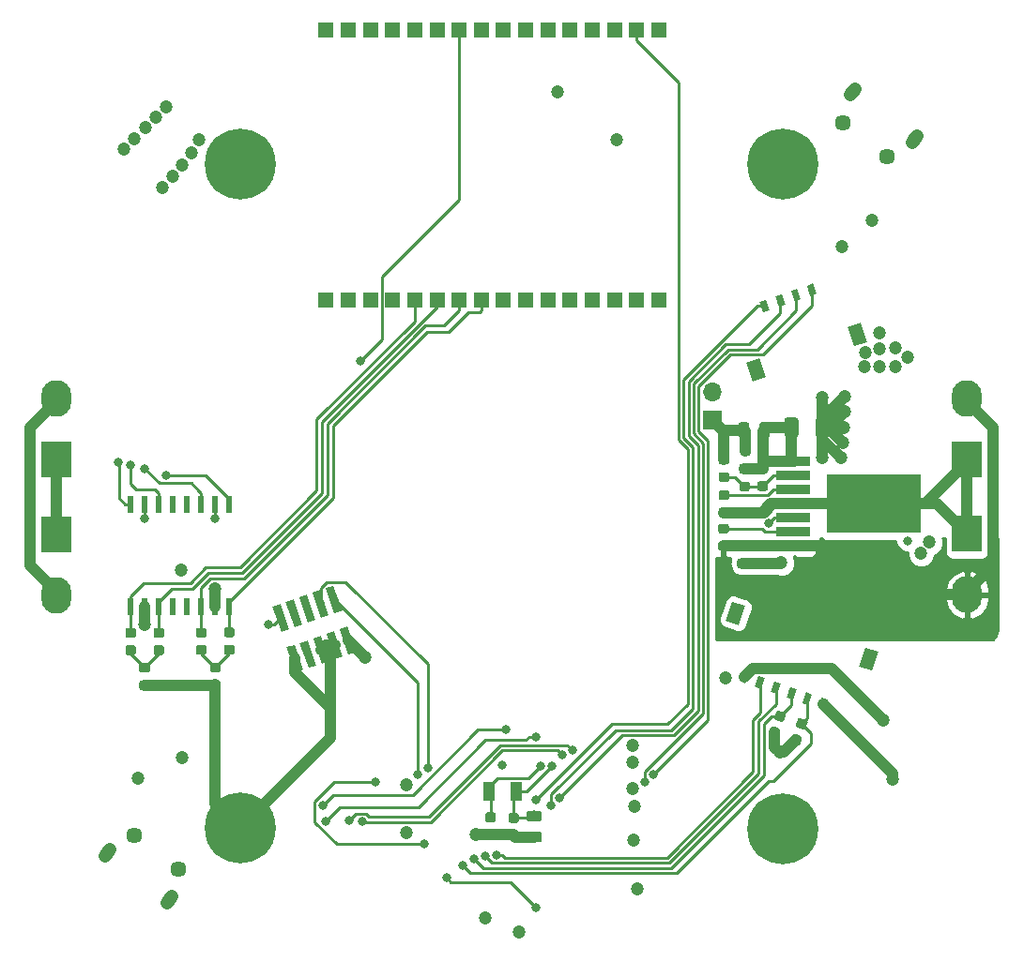
<source format=gbr>
G04 #@! TF.GenerationSoftware,KiCad,Pcbnew,6.0.0-rc1-unknown-3eb3db0~66~ubuntu18.04.1*
G04 #@! TF.CreationDate,2018-08-10T16:09:31-07:00*
G04 #@! TF.ProjectId,main_board_onion,6D61696E5F626F6172645F6F6E696F6E,rev?*
G04 #@! TF.SameCoordinates,Original*
G04 #@! TF.FileFunction,Copper,L4,Bot,Signal*
G04 #@! TF.FilePolarity,Positive*
%FSLAX46Y46*%
G04 Gerber Fmt 4.6, Leading zero omitted, Abs format (unit mm)*
G04 Created by KiCad (PCBNEW 6.0.0-rc1-unknown-3eb3db0~66~ubuntu18.04.1) date Fri Aug 10 16:09:31 2018*
%MOMM*%
%LPD*%
G01*
G04 APERTURE LIST*
G04 #@! TA.AperFunction,Conductor*
%ADD10C,0.100000*%
G04 #@! TD*
G04 #@! TA.AperFunction,SMDPad,CuDef*
%ADD11C,1.250000*%
G04 #@! TD*
G04 #@! TA.AperFunction,SMDPad,CuDef*
%ADD12C,0.875000*%
G04 #@! TD*
G04 #@! TA.AperFunction,ComponentPad*
%ADD13O,2.700000X3.300000*%
G04 #@! TD*
G04 #@! TA.AperFunction,ComponentPad*
%ADD14R,2.700000X3.300000*%
G04 #@! TD*
G04 #@! TA.AperFunction,ComponentPad*
%ADD15R,1.700000X1.700000*%
G04 #@! TD*
G04 #@! TA.AperFunction,ComponentPad*
%ADD16O,1.700000X1.700000*%
G04 #@! TD*
G04 #@! TA.AperFunction,ComponentPad*
%ADD17C,6.400000*%
G04 #@! TD*
G04 #@! TA.AperFunction,SMDPad,CuDef*
%ADD18C,0.740000*%
G04 #@! TD*
G04 #@! TA.AperFunction,SMDPad,CuDef*
%ADD19C,0.600000*%
G04 #@! TD*
G04 #@! TA.AperFunction,ComponentPad*
%ADD20C,1.450000*%
G04 #@! TD*
G04 #@! TA.AperFunction,ComponentPad*
%ADD21C,1.200000*%
G04 #@! TD*
G04 #@! TA.AperFunction,Conductor*
%ADD22C,1.200000*%
G04 #@! TD*
G04 #@! TA.AperFunction,SMDPad,CuDef*
%ADD23C,0.975000*%
G04 #@! TD*
G04 #@! TA.AperFunction,ComponentPad*
%ADD24R,1.350000X1.350000*%
G04 #@! TD*
G04 #@! TA.AperFunction,SMDPad,CuDef*
%ADD25R,0.600000X1.500000*%
G04 #@! TD*
G04 #@! TA.AperFunction,SMDPad,CuDef*
%ADD26R,1.000000X1.800000*%
G04 #@! TD*
G04 #@! TA.AperFunction,SMDPad,CuDef*
%ADD27R,3.060000X0.890000*%
G04 #@! TD*
G04 #@! TA.AperFunction,SMDPad,CuDef*
%ADD28R,8.540000X5.350000*%
G04 #@! TD*
G04 #@! TA.AperFunction,ViaPad*
%ADD29C,1.200000*%
G04 #@! TD*
G04 #@! TA.AperFunction,ViaPad*
%ADD30C,0.800000*%
G04 #@! TD*
G04 #@! TA.AperFunction,Conductor*
%ADD31C,1.000000*%
G04 #@! TD*
G04 #@! TA.AperFunction,Conductor*
%ADD32C,0.250000*%
G04 #@! TD*
G04 #@! TA.AperFunction,Conductor*
%ADD33C,0.254000*%
G04 #@! TD*
G04 APERTURE END LIST*
D10*
G04 #@! TO.N,+5V*
G04 #@! TO.C,JP1*
G36*
X177745304Y-83606604D02*
X177769573Y-83610204D01*
X177793371Y-83616165D01*
X177816471Y-83624430D01*
X177838649Y-83634920D01*
X177859693Y-83647533D01*
X177879398Y-83662147D01*
X177897577Y-83678623D01*
X177914053Y-83696802D01*
X177928667Y-83716507D01*
X177941280Y-83737551D01*
X177951770Y-83759729D01*
X177960035Y-83782829D01*
X177965996Y-83806627D01*
X177969596Y-83830896D01*
X177970800Y-83855400D01*
X177970800Y-85105400D01*
X177969596Y-85129904D01*
X177965996Y-85154173D01*
X177960035Y-85177971D01*
X177951770Y-85201071D01*
X177941280Y-85223249D01*
X177928667Y-85244293D01*
X177914053Y-85263998D01*
X177897577Y-85282177D01*
X177879398Y-85298653D01*
X177859693Y-85313267D01*
X177838649Y-85325880D01*
X177816471Y-85336370D01*
X177793371Y-85344635D01*
X177769573Y-85350596D01*
X177745304Y-85354196D01*
X177720800Y-85355400D01*
X176970800Y-85355400D01*
X176946296Y-85354196D01*
X176922027Y-85350596D01*
X176898229Y-85344635D01*
X176875129Y-85336370D01*
X176852951Y-85325880D01*
X176831907Y-85313267D01*
X176812202Y-85298653D01*
X176794023Y-85282177D01*
X176777547Y-85263998D01*
X176762933Y-85244293D01*
X176750320Y-85223249D01*
X176739830Y-85201071D01*
X176731565Y-85177971D01*
X176725604Y-85154173D01*
X176722004Y-85129904D01*
X176720800Y-85105400D01*
X176720800Y-83855400D01*
X176722004Y-83830896D01*
X176725604Y-83806627D01*
X176731565Y-83782829D01*
X176739830Y-83759729D01*
X176750320Y-83737551D01*
X176762933Y-83716507D01*
X176777547Y-83696802D01*
X176794023Y-83678623D01*
X176812202Y-83662147D01*
X176831907Y-83647533D01*
X176852951Y-83634920D01*
X176875129Y-83624430D01*
X176898229Y-83616165D01*
X176922027Y-83610204D01*
X176946296Y-83606604D01*
X176970800Y-83605400D01*
X177720800Y-83605400D01*
X177745304Y-83606604D01*
X177745304Y-83606604D01*
G37*
D11*
G04 #@! TD*
G04 #@! TO.P,JP1,2*
G04 #@! TO.N,+5V*
X177345800Y-84480400D03*
D10*
G04 #@! TO.N,/5v_from_24v*
G04 #@! TO.C,JP1*
G36*
X174945304Y-83606604D02*
X174969573Y-83610204D01*
X174993371Y-83616165D01*
X175016471Y-83624430D01*
X175038649Y-83634920D01*
X175059693Y-83647533D01*
X175079398Y-83662147D01*
X175097577Y-83678623D01*
X175114053Y-83696802D01*
X175128667Y-83716507D01*
X175141280Y-83737551D01*
X175151770Y-83759729D01*
X175160035Y-83782829D01*
X175165996Y-83806627D01*
X175169596Y-83830896D01*
X175170800Y-83855400D01*
X175170800Y-85105400D01*
X175169596Y-85129904D01*
X175165996Y-85154173D01*
X175160035Y-85177971D01*
X175151770Y-85201071D01*
X175141280Y-85223249D01*
X175128667Y-85244293D01*
X175114053Y-85263998D01*
X175097577Y-85282177D01*
X175079398Y-85298653D01*
X175059693Y-85313267D01*
X175038649Y-85325880D01*
X175016471Y-85336370D01*
X174993371Y-85344635D01*
X174969573Y-85350596D01*
X174945304Y-85354196D01*
X174920800Y-85355400D01*
X174170800Y-85355400D01*
X174146296Y-85354196D01*
X174122027Y-85350596D01*
X174098229Y-85344635D01*
X174075129Y-85336370D01*
X174052951Y-85325880D01*
X174031907Y-85313267D01*
X174012202Y-85298653D01*
X173994023Y-85282177D01*
X173977547Y-85263998D01*
X173962933Y-85244293D01*
X173950320Y-85223249D01*
X173939830Y-85201071D01*
X173931565Y-85177971D01*
X173925604Y-85154173D01*
X173922004Y-85129904D01*
X173920800Y-85105400D01*
X173920800Y-83855400D01*
X173922004Y-83830896D01*
X173925604Y-83806627D01*
X173931565Y-83782829D01*
X173939830Y-83759729D01*
X173950320Y-83737551D01*
X173962933Y-83716507D01*
X173977547Y-83696802D01*
X173994023Y-83678623D01*
X174012202Y-83662147D01*
X174031907Y-83647533D01*
X174052951Y-83634920D01*
X174075129Y-83624430D01*
X174098229Y-83616165D01*
X174122027Y-83610204D01*
X174146296Y-83606604D01*
X174170800Y-83605400D01*
X174920800Y-83605400D01*
X174945304Y-83606604D01*
X174945304Y-83606604D01*
G37*
D11*
G04 #@! TD*
G04 #@! TO.P,JP1,1*
G04 #@! TO.N,/5v_from_24v*
X174545800Y-84480400D03*
D10*
G04 #@! TO.N,/5v_from_24v*
G04 #@! TO.C,C3*
G36*
X172235691Y-87777753D02*
X172256926Y-87780903D01*
X172277750Y-87786119D01*
X172297962Y-87793351D01*
X172317368Y-87802530D01*
X172335781Y-87813566D01*
X172353024Y-87826354D01*
X172368930Y-87840770D01*
X172383346Y-87856676D01*
X172396134Y-87873919D01*
X172407170Y-87892332D01*
X172416349Y-87911738D01*
X172423581Y-87931950D01*
X172428797Y-87952774D01*
X172431947Y-87974009D01*
X172433000Y-87995450D01*
X172433000Y-88432950D01*
X172431947Y-88454391D01*
X172428797Y-88475626D01*
X172423581Y-88496450D01*
X172416349Y-88516662D01*
X172407170Y-88536068D01*
X172396134Y-88554481D01*
X172383346Y-88571724D01*
X172368930Y-88587630D01*
X172353024Y-88602046D01*
X172335781Y-88614834D01*
X172317368Y-88625870D01*
X172297962Y-88635049D01*
X172277750Y-88642281D01*
X172256926Y-88647497D01*
X172235691Y-88650647D01*
X172214250Y-88651700D01*
X171701750Y-88651700D01*
X171680309Y-88650647D01*
X171659074Y-88647497D01*
X171638250Y-88642281D01*
X171618038Y-88635049D01*
X171598632Y-88625870D01*
X171580219Y-88614834D01*
X171562976Y-88602046D01*
X171547070Y-88587630D01*
X171532654Y-88571724D01*
X171519866Y-88554481D01*
X171508830Y-88536068D01*
X171499651Y-88516662D01*
X171492419Y-88496450D01*
X171487203Y-88475626D01*
X171484053Y-88454391D01*
X171483000Y-88432950D01*
X171483000Y-87995450D01*
X171484053Y-87974009D01*
X171487203Y-87952774D01*
X171492419Y-87931950D01*
X171499651Y-87911738D01*
X171508830Y-87892332D01*
X171519866Y-87873919D01*
X171532654Y-87856676D01*
X171547070Y-87840770D01*
X171562976Y-87826354D01*
X171580219Y-87813566D01*
X171598632Y-87802530D01*
X171618038Y-87793351D01*
X171638250Y-87786119D01*
X171659074Y-87780903D01*
X171680309Y-87777753D01*
X171701750Y-87776700D01*
X172214250Y-87776700D01*
X172235691Y-87777753D01*
X172235691Y-87777753D01*
G37*
D12*
G04 #@! TD*
G04 #@! TO.P,C3,1*
G04 #@! TO.N,/5v_from_24v*
X171958000Y-88214200D03*
D10*
G04 #@! TO.N,Net-(C3-Pad2)*
G04 #@! TO.C,C3*
G36*
X172235691Y-89352753D02*
X172256926Y-89355903D01*
X172277750Y-89361119D01*
X172297962Y-89368351D01*
X172317368Y-89377530D01*
X172335781Y-89388566D01*
X172353024Y-89401354D01*
X172368930Y-89415770D01*
X172383346Y-89431676D01*
X172396134Y-89448919D01*
X172407170Y-89467332D01*
X172416349Y-89486738D01*
X172423581Y-89506950D01*
X172428797Y-89527774D01*
X172431947Y-89549009D01*
X172433000Y-89570450D01*
X172433000Y-90007950D01*
X172431947Y-90029391D01*
X172428797Y-90050626D01*
X172423581Y-90071450D01*
X172416349Y-90091662D01*
X172407170Y-90111068D01*
X172396134Y-90129481D01*
X172383346Y-90146724D01*
X172368930Y-90162630D01*
X172353024Y-90177046D01*
X172335781Y-90189834D01*
X172317368Y-90200870D01*
X172297962Y-90210049D01*
X172277750Y-90217281D01*
X172256926Y-90222497D01*
X172235691Y-90225647D01*
X172214250Y-90226700D01*
X171701750Y-90226700D01*
X171680309Y-90225647D01*
X171659074Y-90222497D01*
X171638250Y-90217281D01*
X171618038Y-90210049D01*
X171598632Y-90200870D01*
X171580219Y-90189834D01*
X171562976Y-90177046D01*
X171547070Y-90162630D01*
X171532654Y-90146724D01*
X171519866Y-90129481D01*
X171508830Y-90111068D01*
X171499651Y-90091662D01*
X171492419Y-90071450D01*
X171487203Y-90050626D01*
X171484053Y-90029391D01*
X171483000Y-90007950D01*
X171483000Y-89570450D01*
X171484053Y-89549009D01*
X171487203Y-89527774D01*
X171492419Y-89506950D01*
X171499651Y-89486738D01*
X171508830Y-89467332D01*
X171519866Y-89448919D01*
X171532654Y-89431676D01*
X171547070Y-89415770D01*
X171562976Y-89401354D01*
X171580219Y-89388566D01*
X171598632Y-89377530D01*
X171618038Y-89368351D01*
X171638250Y-89361119D01*
X171659074Y-89355903D01*
X171680309Y-89352753D01*
X171701750Y-89351700D01*
X172214250Y-89351700D01*
X172235691Y-89352753D01*
X172235691Y-89352753D01*
G37*
D12*
G04 #@! TD*
G04 #@! TO.P,C3,2*
G04 #@! TO.N,Net-(C3-Pad2)*
X171958000Y-89789200D03*
D10*
G04 #@! TO.N,GND*
G04 #@! TO.C,C4*
G36*
X170648591Y-86140053D02*
X170669826Y-86143203D01*
X170690650Y-86148419D01*
X170710862Y-86155651D01*
X170730268Y-86164830D01*
X170748681Y-86175866D01*
X170765924Y-86188654D01*
X170781830Y-86203070D01*
X170796246Y-86218976D01*
X170809034Y-86236219D01*
X170820070Y-86254632D01*
X170829249Y-86274038D01*
X170836481Y-86294250D01*
X170841697Y-86315074D01*
X170844847Y-86336309D01*
X170845900Y-86357750D01*
X170845900Y-86870250D01*
X170844847Y-86891691D01*
X170841697Y-86912926D01*
X170836481Y-86933750D01*
X170829249Y-86953962D01*
X170820070Y-86973368D01*
X170809034Y-86991781D01*
X170796246Y-87009024D01*
X170781830Y-87024930D01*
X170765924Y-87039346D01*
X170748681Y-87052134D01*
X170730268Y-87063170D01*
X170710862Y-87072349D01*
X170690650Y-87079581D01*
X170669826Y-87084797D01*
X170648591Y-87087947D01*
X170627150Y-87089000D01*
X170189650Y-87089000D01*
X170168209Y-87087947D01*
X170146974Y-87084797D01*
X170126150Y-87079581D01*
X170105938Y-87072349D01*
X170086532Y-87063170D01*
X170068119Y-87052134D01*
X170050876Y-87039346D01*
X170034970Y-87024930D01*
X170020554Y-87009024D01*
X170007766Y-86991781D01*
X169996730Y-86973368D01*
X169987551Y-86953962D01*
X169980319Y-86933750D01*
X169975103Y-86912926D01*
X169971953Y-86891691D01*
X169970900Y-86870250D01*
X169970900Y-86357750D01*
X169971953Y-86336309D01*
X169975103Y-86315074D01*
X169980319Y-86294250D01*
X169987551Y-86274038D01*
X169996730Y-86254632D01*
X170007766Y-86236219D01*
X170020554Y-86218976D01*
X170034970Y-86203070D01*
X170050876Y-86188654D01*
X170068119Y-86175866D01*
X170086532Y-86164830D01*
X170105938Y-86155651D01*
X170126150Y-86148419D01*
X170146974Y-86143203D01*
X170168209Y-86140053D01*
X170189650Y-86139000D01*
X170627150Y-86139000D01*
X170648591Y-86140053D01*
X170648591Y-86140053D01*
G37*
D12*
G04 #@! TD*
G04 #@! TO.P,C4,2*
G04 #@! TO.N,GND*
X170408400Y-86614000D03*
D10*
G04 #@! TO.N,/5v_from_24v*
G04 #@! TO.C,C4*
G36*
X172223591Y-86140053D02*
X172244826Y-86143203D01*
X172265650Y-86148419D01*
X172285862Y-86155651D01*
X172305268Y-86164830D01*
X172323681Y-86175866D01*
X172340924Y-86188654D01*
X172356830Y-86203070D01*
X172371246Y-86218976D01*
X172384034Y-86236219D01*
X172395070Y-86254632D01*
X172404249Y-86274038D01*
X172411481Y-86294250D01*
X172416697Y-86315074D01*
X172419847Y-86336309D01*
X172420900Y-86357750D01*
X172420900Y-86870250D01*
X172419847Y-86891691D01*
X172416697Y-86912926D01*
X172411481Y-86933750D01*
X172404249Y-86953962D01*
X172395070Y-86973368D01*
X172384034Y-86991781D01*
X172371246Y-87009024D01*
X172356830Y-87024930D01*
X172340924Y-87039346D01*
X172323681Y-87052134D01*
X172305268Y-87063170D01*
X172285862Y-87072349D01*
X172265650Y-87079581D01*
X172244826Y-87084797D01*
X172223591Y-87087947D01*
X172202150Y-87089000D01*
X171764650Y-87089000D01*
X171743209Y-87087947D01*
X171721974Y-87084797D01*
X171701150Y-87079581D01*
X171680938Y-87072349D01*
X171661532Y-87063170D01*
X171643119Y-87052134D01*
X171625876Y-87039346D01*
X171609970Y-87024930D01*
X171595554Y-87009024D01*
X171582766Y-86991781D01*
X171571730Y-86973368D01*
X171562551Y-86953962D01*
X171555319Y-86933750D01*
X171550103Y-86912926D01*
X171546953Y-86891691D01*
X171545900Y-86870250D01*
X171545900Y-86357750D01*
X171546953Y-86336309D01*
X171550103Y-86315074D01*
X171555319Y-86294250D01*
X171562551Y-86274038D01*
X171571730Y-86254632D01*
X171582766Y-86236219D01*
X171595554Y-86218976D01*
X171609970Y-86203070D01*
X171625876Y-86188654D01*
X171643119Y-86175866D01*
X171661532Y-86164830D01*
X171680938Y-86155651D01*
X171701150Y-86148419D01*
X171721974Y-86143203D01*
X171743209Y-86140053D01*
X171764650Y-86139000D01*
X172202150Y-86139000D01*
X172223591Y-86140053D01*
X172223591Y-86140053D01*
G37*
D12*
G04 #@! TD*
G04 #@! TO.P,C4,1*
G04 #@! TO.N,/5v_from_24v*
X171983400Y-86614000D03*
D13*
G04 #@! TO.P,J2,2*
G04 #@! TO.N,+24V*
X190398400Y-99607000D03*
D14*
G04 #@! TO.P,J2,1*
G04 #@! TO.N,GND*
X190398400Y-94107000D03*
G04 #@! TD*
D13*
G04 #@! TO.P,J3,2*
G04 #@! TO.N,+24V*
X190373000Y-81876000D03*
D14*
G04 #@! TO.P,J3,1*
G04 #@! TO.N,GND*
X190373000Y-87376000D03*
G04 #@! TD*
D13*
G04 #@! TO.P,J4,2*
G04 #@! TO.N,+24V*
X108204000Y-99632400D03*
D14*
G04 #@! TO.P,J4,1*
G04 #@! TO.N,GND*
X108204000Y-94132400D03*
G04 #@! TD*
G04 #@! TO.P,J5,1*
G04 #@! TO.N,GND*
X108204000Y-87376000D03*
D13*
G04 #@! TO.P,J5,2*
G04 #@! TO.N,+24V*
X108204000Y-81876000D03*
G04 #@! TD*
D10*
G04 #@! TO.N,+24V*
G04 #@! TO.C,C1*
G36*
X172184891Y-94762653D02*
X172206126Y-94765803D01*
X172226950Y-94771019D01*
X172247162Y-94778251D01*
X172266568Y-94787430D01*
X172284981Y-94798466D01*
X172302224Y-94811254D01*
X172318130Y-94825670D01*
X172332546Y-94841576D01*
X172345334Y-94858819D01*
X172356370Y-94877232D01*
X172365549Y-94896638D01*
X172372781Y-94916850D01*
X172377997Y-94937674D01*
X172381147Y-94958909D01*
X172382200Y-94980350D01*
X172382200Y-95417850D01*
X172381147Y-95439291D01*
X172377997Y-95460526D01*
X172372781Y-95481350D01*
X172365549Y-95501562D01*
X172356370Y-95520968D01*
X172345334Y-95539381D01*
X172332546Y-95556624D01*
X172318130Y-95572530D01*
X172302224Y-95586946D01*
X172284981Y-95599734D01*
X172266568Y-95610770D01*
X172247162Y-95619949D01*
X172226950Y-95627181D01*
X172206126Y-95632397D01*
X172184891Y-95635547D01*
X172163450Y-95636600D01*
X171650950Y-95636600D01*
X171629509Y-95635547D01*
X171608274Y-95632397D01*
X171587450Y-95627181D01*
X171567238Y-95619949D01*
X171547832Y-95610770D01*
X171529419Y-95599734D01*
X171512176Y-95586946D01*
X171496270Y-95572530D01*
X171481854Y-95556624D01*
X171469066Y-95539381D01*
X171458030Y-95520968D01*
X171448851Y-95501562D01*
X171441619Y-95481350D01*
X171436403Y-95460526D01*
X171433253Y-95439291D01*
X171432200Y-95417850D01*
X171432200Y-94980350D01*
X171433253Y-94958909D01*
X171436403Y-94937674D01*
X171441619Y-94916850D01*
X171448851Y-94896638D01*
X171458030Y-94877232D01*
X171469066Y-94858819D01*
X171481854Y-94841576D01*
X171496270Y-94825670D01*
X171512176Y-94811254D01*
X171529419Y-94798466D01*
X171547832Y-94787430D01*
X171567238Y-94778251D01*
X171587450Y-94771019D01*
X171608274Y-94765803D01*
X171629509Y-94762653D01*
X171650950Y-94761600D01*
X172163450Y-94761600D01*
X172184891Y-94762653D01*
X172184891Y-94762653D01*
G37*
D12*
G04 #@! TD*
G04 #@! TO.P,C1,1*
G04 #@! TO.N,+24V*
X171907200Y-95199100D03*
D10*
G04 #@! TO.N,GND*
G04 #@! TO.C,C1*
G36*
X172184891Y-96337653D02*
X172206126Y-96340803D01*
X172226950Y-96346019D01*
X172247162Y-96353251D01*
X172266568Y-96362430D01*
X172284981Y-96373466D01*
X172302224Y-96386254D01*
X172318130Y-96400670D01*
X172332546Y-96416576D01*
X172345334Y-96433819D01*
X172356370Y-96452232D01*
X172365549Y-96471638D01*
X172372781Y-96491850D01*
X172377997Y-96512674D01*
X172381147Y-96533909D01*
X172382200Y-96555350D01*
X172382200Y-96992850D01*
X172381147Y-97014291D01*
X172377997Y-97035526D01*
X172372781Y-97056350D01*
X172365549Y-97076562D01*
X172356370Y-97095968D01*
X172345334Y-97114381D01*
X172332546Y-97131624D01*
X172318130Y-97147530D01*
X172302224Y-97161946D01*
X172284981Y-97174734D01*
X172266568Y-97185770D01*
X172247162Y-97194949D01*
X172226950Y-97202181D01*
X172206126Y-97207397D01*
X172184891Y-97210547D01*
X172163450Y-97211600D01*
X171650950Y-97211600D01*
X171629509Y-97210547D01*
X171608274Y-97207397D01*
X171587450Y-97202181D01*
X171567238Y-97194949D01*
X171547832Y-97185770D01*
X171529419Y-97174734D01*
X171512176Y-97161946D01*
X171496270Y-97147530D01*
X171481854Y-97131624D01*
X171469066Y-97114381D01*
X171458030Y-97095968D01*
X171448851Y-97076562D01*
X171441619Y-97056350D01*
X171436403Y-97035526D01*
X171433253Y-97014291D01*
X171432200Y-96992850D01*
X171432200Y-96555350D01*
X171433253Y-96533909D01*
X171436403Y-96512674D01*
X171441619Y-96491850D01*
X171448851Y-96471638D01*
X171458030Y-96452232D01*
X171469066Y-96433819D01*
X171481854Y-96416576D01*
X171496270Y-96400670D01*
X171512176Y-96386254D01*
X171529419Y-96373466D01*
X171547832Y-96362430D01*
X171567238Y-96353251D01*
X171587450Y-96346019D01*
X171608274Y-96340803D01*
X171629509Y-96337653D01*
X171650950Y-96336600D01*
X172163450Y-96336600D01*
X172184891Y-96337653D01*
X172184891Y-96337653D01*
G37*
D12*
G04 #@! TD*
G04 #@! TO.P,C1,2*
G04 #@! TO.N,GND*
X171907200Y-96774100D03*
D10*
G04 #@! TO.N,GND*
G04 #@! TO.C,C13*
G36*
X149769491Y-120899453D02*
X149790726Y-120902603D01*
X149811550Y-120907819D01*
X149831762Y-120915051D01*
X149851168Y-120924230D01*
X149869581Y-120935266D01*
X149886824Y-120948054D01*
X149902730Y-120962470D01*
X149917146Y-120978376D01*
X149929934Y-120995619D01*
X149940970Y-121014032D01*
X149950149Y-121033438D01*
X149957381Y-121053650D01*
X149962597Y-121074474D01*
X149965747Y-121095709D01*
X149966800Y-121117150D01*
X149966800Y-121554650D01*
X149965747Y-121576091D01*
X149962597Y-121597326D01*
X149957381Y-121618150D01*
X149950149Y-121638362D01*
X149940970Y-121657768D01*
X149929934Y-121676181D01*
X149917146Y-121693424D01*
X149902730Y-121709330D01*
X149886824Y-121723746D01*
X149869581Y-121736534D01*
X149851168Y-121747570D01*
X149831762Y-121756749D01*
X149811550Y-121763981D01*
X149790726Y-121769197D01*
X149769491Y-121772347D01*
X149748050Y-121773400D01*
X149235550Y-121773400D01*
X149214109Y-121772347D01*
X149192874Y-121769197D01*
X149172050Y-121763981D01*
X149151838Y-121756749D01*
X149132432Y-121747570D01*
X149114019Y-121736534D01*
X149096776Y-121723746D01*
X149080870Y-121709330D01*
X149066454Y-121693424D01*
X149053666Y-121676181D01*
X149042630Y-121657768D01*
X149033451Y-121638362D01*
X149026219Y-121618150D01*
X149021003Y-121597326D01*
X149017853Y-121576091D01*
X149016800Y-121554650D01*
X149016800Y-121117150D01*
X149017853Y-121095709D01*
X149021003Y-121074474D01*
X149026219Y-121053650D01*
X149033451Y-121033438D01*
X149042630Y-121014032D01*
X149053666Y-120995619D01*
X149066454Y-120978376D01*
X149080870Y-120962470D01*
X149096776Y-120948054D01*
X149114019Y-120935266D01*
X149132432Y-120924230D01*
X149151838Y-120915051D01*
X149172050Y-120907819D01*
X149192874Y-120902603D01*
X149214109Y-120899453D01*
X149235550Y-120898400D01*
X149748050Y-120898400D01*
X149769491Y-120899453D01*
X149769491Y-120899453D01*
G37*
D12*
G04 #@! TD*
G04 #@! TO.P,C13,2*
G04 #@! TO.N,GND*
X149491800Y-121335900D03*
D10*
G04 #@! TO.N,/NXP/RTCin*
G04 #@! TO.C,C13*
G36*
X149769491Y-119324453D02*
X149790726Y-119327603D01*
X149811550Y-119332819D01*
X149831762Y-119340051D01*
X149851168Y-119349230D01*
X149869581Y-119360266D01*
X149886824Y-119373054D01*
X149902730Y-119387470D01*
X149917146Y-119403376D01*
X149929934Y-119420619D01*
X149940970Y-119439032D01*
X149950149Y-119458438D01*
X149957381Y-119478650D01*
X149962597Y-119499474D01*
X149965747Y-119520709D01*
X149966800Y-119542150D01*
X149966800Y-119979650D01*
X149965747Y-120001091D01*
X149962597Y-120022326D01*
X149957381Y-120043150D01*
X149950149Y-120063362D01*
X149940970Y-120082768D01*
X149929934Y-120101181D01*
X149917146Y-120118424D01*
X149902730Y-120134330D01*
X149886824Y-120148746D01*
X149869581Y-120161534D01*
X149851168Y-120172570D01*
X149831762Y-120181749D01*
X149811550Y-120188981D01*
X149790726Y-120194197D01*
X149769491Y-120197347D01*
X149748050Y-120198400D01*
X149235550Y-120198400D01*
X149214109Y-120197347D01*
X149192874Y-120194197D01*
X149172050Y-120188981D01*
X149151838Y-120181749D01*
X149132432Y-120172570D01*
X149114019Y-120161534D01*
X149096776Y-120148746D01*
X149080870Y-120134330D01*
X149066454Y-120118424D01*
X149053666Y-120101181D01*
X149042630Y-120082768D01*
X149033451Y-120063362D01*
X149026219Y-120043150D01*
X149021003Y-120022326D01*
X149017853Y-120001091D01*
X149016800Y-119979650D01*
X149016800Y-119542150D01*
X149017853Y-119520709D01*
X149021003Y-119499474D01*
X149026219Y-119478650D01*
X149033451Y-119458438D01*
X149042630Y-119439032D01*
X149053666Y-119420619D01*
X149066454Y-119403376D01*
X149080870Y-119387470D01*
X149096776Y-119373054D01*
X149114019Y-119360266D01*
X149132432Y-119349230D01*
X149151838Y-119340051D01*
X149172050Y-119332819D01*
X149192874Y-119327603D01*
X149214109Y-119324453D01*
X149235550Y-119323400D01*
X149748050Y-119323400D01*
X149769491Y-119324453D01*
X149769491Y-119324453D01*
G37*
D12*
G04 #@! TD*
G04 #@! TO.P,C13,1*
G04 #@! TO.N,/NXP/RTCin*
X149491800Y-119760900D03*
D10*
G04 #@! TO.N,/NXP/RTCout*
G04 #@! TO.C,C14*
G36*
X147673991Y-119260953D02*
X147695226Y-119264103D01*
X147716050Y-119269319D01*
X147736262Y-119276551D01*
X147755668Y-119285730D01*
X147774081Y-119296766D01*
X147791324Y-119309554D01*
X147807230Y-119323970D01*
X147821646Y-119339876D01*
X147834434Y-119357119D01*
X147845470Y-119375532D01*
X147854649Y-119394938D01*
X147861881Y-119415150D01*
X147867097Y-119435974D01*
X147870247Y-119457209D01*
X147871300Y-119478650D01*
X147871300Y-119916150D01*
X147870247Y-119937591D01*
X147867097Y-119958826D01*
X147861881Y-119979650D01*
X147854649Y-119999862D01*
X147845470Y-120019268D01*
X147834434Y-120037681D01*
X147821646Y-120054924D01*
X147807230Y-120070830D01*
X147791324Y-120085246D01*
X147774081Y-120098034D01*
X147755668Y-120109070D01*
X147736262Y-120118249D01*
X147716050Y-120125481D01*
X147695226Y-120130697D01*
X147673991Y-120133847D01*
X147652550Y-120134900D01*
X147140050Y-120134900D01*
X147118609Y-120133847D01*
X147097374Y-120130697D01*
X147076550Y-120125481D01*
X147056338Y-120118249D01*
X147036932Y-120109070D01*
X147018519Y-120098034D01*
X147001276Y-120085246D01*
X146985370Y-120070830D01*
X146970954Y-120054924D01*
X146958166Y-120037681D01*
X146947130Y-120019268D01*
X146937951Y-119999862D01*
X146930719Y-119979650D01*
X146925503Y-119958826D01*
X146922353Y-119937591D01*
X146921300Y-119916150D01*
X146921300Y-119478650D01*
X146922353Y-119457209D01*
X146925503Y-119435974D01*
X146930719Y-119415150D01*
X146937951Y-119394938D01*
X146947130Y-119375532D01*
X146958166Y-119357119D01*
X146970954Y-119339876D01*
X146985370Y-119323970D01*
X147001276Y-119309554D01*
X147018519Y-119296766D01*
X147036932Y-119285730D01*
X147056338Y-119276551D01*
X147076550Y-119269319D01*
X147097374Y-119264103D01*
X147118609Y-119260953D01*
X147140050Y-119259900D01*
X147652550Y-119259900D01*
X147673991Y-119260953D01*
X147673991Y-119260953D01*
G37*
D12*
G04 #@! TD*
G04 #@! TO.P,C14,1*
G04 #@! TO.N,/NXP/RTCout*
X147396300Y-119697400D03*
D10*
G04 #@! TO.N,GND*
G04 #@! TO.C,C14*
G36*
X147673991Y-120835953D02*
X147695226Y-120839103D01*
X147716050Y-120844319D01*
X147736262Y-120851551D01*
X147755668Y-120860730D01*
X147774081Y-120871766D01*
X147791324Y-120884554D01*
X147807230Y-120898970D01*
X147821646Y-120914876D01*
X147834434Y-120932119D01*
X147845470Y-120950532D01*
X147854649Y-120969938D01*
X147861881Y-120990150D01*
X147867097Y-121010974D01*
X147870247Y-121032209D01*
X147871300Y-121053650D01*
X147871300Y-121491150D01*
X147870247Y-121512591D01*
X147867097Y-121533826D01*
X147861881Y-121554650D01*
X147854649Y-121574862D01*
X147845470Y-121594268D01*
X147834434Y-121612681D01*
X147821646Y-121629924D01*
X147807230Y-121645830D01*
X147791324Y-121660246D01*
X147774081Y-121673034D01*
X147755668Y-121684070D01*
X147736262Y-121693249D01*
X147716050Y-121700481D01*
X147695226Y-121705697D01*
X147673991Y-121708847D01*
X147652550Y-121709900D01*
X147140050Y-121709900D01*
X147118609Y-121708847D01*
X147097374Y-121705697D01*
X147076550Y-121700481D01*
X147056338Y-121693249D01*
X147036932Y-121684070D01*
X147018519Y-121673034D01*
X147001276Y-121660246D01*
X146985370Y-121645830D01*
X146970954Y-121629924D01*
X146958166Y-121612681D01*
X146947130Y-121594268D01*
X146937951Y-121574862D01*
X146930719Y-121554650D01*
X146925503Y-121533826D01*
X146922353Y-121512591D01*
X146921300Y-121491150D01*
X146921300Y-121053650D01*
X146922353Y-121032209D01*
X146925503Y-121010974D01*
X146930719Y-120990150D01*
X146937951Y-120969938D01*
X146947130Y-120950532D01*
X146958166Y-120932119D01*
X146970954Y-120914876D01*
X146985370Y-120898970D01*
X147001276Y-120884554D01*
X147018519Y-120871766D01*
X147036932Y-120860730D01*
X147056338Y-120851551D01*
X147076550Y-120844319D01*
X147097374Y-120839103D01*
X147118609Y-120835953D01*
X147140050Y-120834900D01*
X147652550Y-120834900D01*
X147673991Y-120835953D01*
X147673991Y-120835953D01*
G37*
D12*
G04 #@! TD*
G04 #@! TO.P,C14,2*
G04 #@! TO.N,GND*
X147396300Y-121272400D03*
D10*
G04 #@! TO.N,GND*
G04 #@! TO.C,C15*
G36*
X122832691Y-107297653D02*
X122853926Y-107300803D01*
X122874750Y-107306019D01*
X122894962Y-107313251D01*
X122914368Y-107322430D01*
X122932781Y-107333466D01*
X122950024Y-107346254D01*
X122965930Y-107360670D01*
X122980346Y-107376576D01*
X122993134Y-107393819D01*
X123004170Y-107412232D01*
X123013349Y-107431638D01*
X123020581Y-107451850D01*
X123025797Y-107472674D01*
X123028947Y-107493909D01*
X123030000Y-107515350D01*
X123030000Y-107952850D01*
X123028947Y-107974291D01*
X123025797Y-107995526D01*
X123020581Y-108016350D01*
X123013349Y-108036562D01*
X123004170Y-108055968D01*
X122993134Y-108074381D01*
X122980346Y-108091624D01*
X122965930Y-108107530D01*
X122950024Y-108121946D01*
X122932781Y-108134734D01*
X122914368Y-108145770D01*
X122894962Y-108154949D01*
X122874750Y-108162181D01*
X122853926Y-108167397D01*
X122832691Y-108170547D01*
X122811250Y-108171600D01*
X122298750Y-108171600D01*
X122277309Y-108170547D01*
X122256074Y-108167397D01*
X122235250Y-108162181D01*
X122215038Y-108154949D01*
X122195632Y-108145770D01*
X122177219Y-108134734D01*
X122159976Y-108121946D01*
X122144070Y-108107530D01*
X122129654Y-108091624D01*
X122116866Y-108074381D01*
X122105830Y-108055968D01*
X122096651Y-108036562D01*
X122089419Y-108016350D01*
X122084203Y-107995526D01*
X122081053Y-107974291D01*
X122080000Y-107952850D01*
X122080000Y-107515350D01*
X122081053Y-107493909D01*
X122084203Y-107472674D01*
X122089419Y-107451850D01*
X122096651Y-107431638D01*
X122105830Y-107412232D01*
X122116866Y-107393819D01*
X122129654Y-107376576D01*
X122144070Y-107360670D01*
X122159976Y-107346254D01*
X122177219Y-107333466D01*
X122195632Y-107322430D01*
X122215038Y-107313251D01*
X122235250Y-107306019D01*
X122256074Y-107300803D01*
X122277309Y-107297653D01*
X122298750Y-107296600D01*
X122811250Y-107296600D01*
X122832691Y-107297653D01*
X122832691Y-107297653D01*
G37*
D12*
G04 #@! TD*
G04 #@! TO.P,C15,2*
G04 #@! TO.N,GND*
X122555000Y-107734100D03*
D10*
G04 #@! TO.N,Net-(C15-Pad1)*
G04 #@! TO.C,C15*
G36*
X122832691Y-105722653D02*
X122853926Y-105725803D01*
X122874750Y-105731019D01*
X122894962Y-105738251D01*
X122914368Y-105747430D01*
X122932781Y-105758466D01*
X122950024Y-105771254D01*
X122965930Y-105785670D01*
X122980346Y-105801576D01*
X122993134Y-105818819D01*
X123004170Y-105837232D01*
X123013349Y-105856638D01*
X123020581Y-105876850D01*
X123025797Y-105897674D01*
X123028947Y-105918909D01*
X123030000Y-105940350D01*
X123030000Y-106377850D01*
X123028947Y-106399291D01*
X123025797Y-106420526D01*
X123020581Y-106441350D01*
X123013349Y-106461562D01*
X123004170Y-106480968D01*
X122993134Y-106499381D01*
X122980346Y-106516624D01*
X122965930Y-106532530D01*
X122950024Y-106546946D01*
X122932781Y-106559734D01*
X122914368Y-106570770D01*
X122894962Y-106579949D01*
X122874750Y-106587181D01*
X122853926Y-106592397D01*
X122832691Y-106595547D01*
X122811250Y-106596600D01*
X122298750Y-106596600D01*
X122277309Y-106595547D01*
X122256074Y-106592397D01*
X122235250Y-106587181D01*
X122215038Y-106579949D01*
X122195632Y-106570770D01*
X122177219Y-106559734D01*
X122159976Y-106546946D01*
X122144070Y-106532530D01*
X122129654Y-106516624D01*
X122116866Y-106499381D01*
X122105830Y-106480968D01*
X122096651Y-106461562D01*
X122089419Y-106441350D01*
X122084203Y-106420526D01*
X122081053Y-106399291D01*
X122080000Y-106377850D01*
X122080000Y-105940350D01*
X122081053Y-105918909D01*
X122084203Y-105897674D01*
X122089419Y-105876850D01*
X122096651Y-105856638D01*
X122105830Y-105837232D01*
X122116866Y-105818819D01*
X122129654Y-105801576D01*
X122144070Y-105785670D01*
X122159976Y-105771254D01*
X122177219Y-105758466D01*
X122195632Y-105747430D01*
X122215038Y-105738251D01*
X122235250Y-105731019D01*
X122256074Y-105725803D01*
X122277309Y-105722653D01*
X122298750Y-105721600D01*
X122811250Y-105721600D01*
X122832691Y-105722653D01*
X122832691Y-105722653D01*
G37*
D12*
G04 #@! TD*
G04 #@! TO.P,C15,1*
G04 #@! TO.N,Net-(C15-Pad1)*
X122555000Y-106159100D03*
D10*
G04 #@! TO.N,GND*
G04 #@! TO.C,C16*
G36*
X116469991Y-107348553D02*
X116491226Y-107351703D01*
X116512050Y-107356919D01*
X116532262Y-107364151D01*
X116551668Y-107373330D01*
X116570081Y-107384366D01*
X116587324Y-107397154D01*
X116603230Y-107411570D01*
X116617646Y-107427476D01*
X116630434Y-107444719D01*
X116641470Y-107463132D01*
X116650649Y-107482538D01*
X116657881Y-107502750D01*
X116663097Y-107523574D01*
X116666247Y-107544809D01*
X116667300Y-107566250D01*
X116667300Y-108003750D01*
X116666247Y-108025191D01*
X116663097Y-108046426D01*
X116657881Y-108067250D01*
X116650649Y-108087462D01*
X116641470Y-108106868D01*
X116630434Y-108125281D01*
X116617646Y-108142524D01*
X116603230Y-108158430D01*
X116587324Y-108172846D01*
X116570081Y-108185634D01*
X116551668Y-108196670D01*
X116532262Y-108205849D01*
X116512050Y-108213081D01*
X116491226Y-108218297D01*
X116469991Y-108221447D01*
X116448550Y-108222500D01*
X115936050Y-108222500D01*
X115914609Y-108221447D01*
X115893374Y-108218297D01*
X115872550Y-108213081D01*
X115852338Y-108205849D01*
X115832932Y-108196670D01*
X115814519Y-108185634D01*
X115797276Y-108172846D01*
X115781370Y-108158430D01*
X115766954Y-108142524D01*
X115754166Y-108125281D01*
X115743130Y-108106868D01*
X115733951Y-108087462D01*
X115726719Y-108067250D01*
X115721503Y-108046426D01*
X115718353Y-108025191D01*
X115717300Y-108003750D01*
X115717300Y-107566250D01*
X115718353Y-107544809D01*
X115721503Y-107523574D01*
X115726719Y-107502750D01*
X115733951Y-107482538D01*
X115743130Y-107463132D01*
X115754166Y-107444719D01*
X115766954Y-107427476D01*
X115781370Y-107411570D01*
X115797276Y-107397154D01*
X115814519Y-107384366D01*
X115832932Y-107373330D01*
X115852338Y-107364151D01*
X115872550Y-107356919D01*
X115893374Y-107351703D01*
X115914609Y-107348553D01*
X115936050Y-107347500D01*
X116448550Y-107347500D01*
X116469991Y-107348553D01*
X116469991Y-107348553D01*
G37*
D12*
G04 #@! TD*
G04 #@! TO.P,C16,2*
G04 #@! TO.N,GND*
X116192300Y-107785000D03*
D10*
G04 #@! TO.N,Net-(C16-Pad1)*
G04 #@! TO.C,C16*
G36*
X116469991Y-105773553D02*
X116491226Y-105776703D01*
X116512050Y-105781919D01*
X116532262Y-105789151D01*
X116551668Y-105798330D01*
X116570081Y-105809366D01*
X116587324Y-105822154D01*
X116603230Y-105836570D01*
X116617646Y-105852476D01*
X116630434Y-105869719D01*
X116641470Y-105888132D01*
X116650649Y-105907538D01*
X116657881Y-105927750D01*
X116663097Y-105948574D01*
X116666247Y-105969809D01*
X116667300Y-105991250D01*
X116667300Y-106428750D01*
X116666247Y-106450191D01*
X116663097Y-106471426D01*
X116657881Y-106492250D01*
X116650649Y-106512462D01*
X116641470Y-106531868D01*
X116630434Y-106550281D01*
X116617646Y-106567524D01*
X116603230Y-106583430D01*
X116587324Y-106597846D01*
X116570081Y-106610634D01*
X116551668Y-106621670D01*
X116532262Y-106630849D01*
X116512050Y-106638081D01*
X116491226Y-106643297D01*
X116469991Y-106646447D01*
X116448550Y-106647500D01*
X115936050Y-106647500D01*
X115914609Y-106646447D01*
X115893374Y-106643297D01*
X115872550Y-106638081D01*
X115852338Y-106630849D01*
X115832932Y-106621670D01*
X115814519Y-106610634D01*
X115797276Y-106597846D01*
X115781370Y-106583430D01*
X115766954Y-106567524D01*
X115754166Y-106550281D01*
X115743130Y-106531868D01*
X115733951Y-106512462D01*
X115726719Y-106492250D01*
X115721503Y-106471426D01*
X115718353Y-106450191D01*
X115717300Y-106428750D01*
X115717300Y-105991250D01*
X115718353Y-105969809D01*
X115721503Y-105948574D01*
X115726719Y-105927750D01*
X115733951Y-105907538D01*
X115743130Y-105888132D01*
X115754166Y-105869719D01*
X115766954Y-105852476D01*
X115781370Y-105836570D01*
X115797276Y-105822154D01*
X115814519Y-105809366D01*
X115832932Y-105798330D01*
X115852338Y-105789151D01*
X115872550Y-105781919D01*
X115893374Y-105776703D01*
X115914609Y-105773553D01*
X115936050Y-105772500D01*
X116448550Y-105772500D01*
X116469991Y-105773553D01*
X116469991Y-105773553D01*
G37*
D12*
G04 #@! TD*
G04 #@! TO.P,C16,1*
G04 #@! TO.N,Net-(C16-Pad1)*
X116192300Y-106210000D03*
D15*
G04 #@! TO.P,J1,1*
G04 #@! TO.N,GND*
X167386000Y-83794600D03*
D16*
G04 #@! TO.P,J1,2*
G04 #@! TO.N,+3V3*
X167386000Y-81254600D03*
G04 #@! TD*
D17*
G04 #@! TO.P,J6,1*
G04 #@! TO.N,GND*
X173799500Y-60706000D03*
G04 #@! TD*
G04 #@! TO.P,J7,1*
G04 #@! TO.N,GND*
X124841000Y-60706000D03*
G04 #@! TD*
G04 #@! TO.P,J8,1*
G04 #@! TO.N,GND*
X173799500Y-120713500D03*
G04 #@! TD*
G04 #@! TO.P,J9,1*
G04 #@! TO.N,GND*
X124815600Y-120700800D03*
G04 #@! TD*
D18*
G04 #@! TO.P,J11,1*
G04 #@! TO.N,+3V3*
X134544975Y-103721718D03*
D10*
G04 #@! TD*
G04 #@! TO.N,+3V3*
G04 #@! TO.C,J11*
G36*
X135285499Y-104735880D02*
X134585815Y-104976801D01*
X133804451Y-102707556D01*
X134504135Y-102466635D01*
X135285499Y-104735880D01*
X135285499Y-104735880D01*
G37*
D18*
G04 #@! TO.P,J11,2*
G04 #@! TO.N,/NXP/SWDIO*
X133275259Y-100034196D03*
D10*
G04 #@! TD*
G04 #@! TO.N,/NXP/SWDIO*
G04 #@! TO.C,J11*
G36*
X134015783Y-101048358D02*
X133316099Y-101289279D01*
X132534735Y-99020034D01*
X133234419Y-98779113D01*
X134015783Y-101048358D01*
X134015783Y-101048358D01*
G37*
D18*
G04 #@! TO.P,J11,3*
G04 #@! TO.N,GND*
X133344166Y-104135190D03*
D10*
G04 #@! TD*
G04 #@! TO.N,GND*
G04 #@! TO.C,J11*
G36*
X134084690Y-105149352D02*
X133385006Y-105390273D01*
X132603642Y-103121028D01*
X133303326Y-102880107D01*
X134084690Y-105149352D01*
X134084690Y-105149352D01*
G37*
D18*
G04 #@! TO.P,J11,4*
G04 #@! TO.N,/NXP/SWCLK*
X132074451Y-100447667D03*
D10*
G04 #@! TD*
G04 #@! TO.N,/NXP/SWCLK*
G04 #@! TO.C,J11*
G36*
X132814975Y-101461829D02*
X132115291Y-101702750D01*
X131333927Y-99433505D01*
X132033611Y-99192584D01*
X132814975Y-101461829D01*
X132814975Y-101461829D01*
G37*
D18*
G04 #@! TO.P,J11,5*
G04 #@! TO.N,GND*
X132143358Y-104548661D03*
D10*
G04 #@! TD*
G04 #@! TO.N,GND*
G04 #@! TO.C,J11*
G36*
X132883882Y-105562823D02*
X132184198Y-105803744D01*
X131402834Y-103534499D01*
X132102518Y-103293578D01*
X132883882Y-105562823D01*
X132883882Y-105562823D01*
G37*
D18*
G04 #@! TO.P,J11,6*
G04 #@! TO.N,Net-(J11-Pad6)*
X130873642Y-100861139D03*
D10*
G04 #@! TD*
G04 #@! TO.N,Net-(J11-Pad6)*
G04 #@! TO.C,J11*
G36*
X131614166Y-101875301D02*
X130914482Y-102116222D01*
X130133118Y-99846977D01*
X130832802Y-99606056D01*
X131614166Y-101875301D01*
X131614166Y-101875301D01*
G37*
D18*
G04 #@! TO.P,J11,7*
G04 #@! TO.N,Net-(J11-Pad7)*
X130942549Y-104962133D03*
D10*
G04 #@! TD*
G04 #@! TO.N,Net-(J11-Pad7)*
G04 #@! TO.C,J11*
G36*
X131683073Y-105976295D02*
X130983389Y-106217216D01*
X130202025Y-103947971D01*
X130901709Y-103707050D01*
X131683073Y-105976295D01*
X131683073Y-105976295D01*
G37*
D18*
G04 #@! TO.P,J11,8*
G04 #@! TO.N,Net-(J11-Pad8)*
X129672834Y-101274610D03*
D10*
G04 #@! TD*
G04 #@! TO.N,Net-(J11-Pad8)*
G04 #@! TO.C,J11*
G36*
X130413358Y-102288772D02*
X129713674Y-102529693D01*
X128932310Y-100260448D01*
X129631994Y-100019527D01*
X130413358Y-102288772D01*
X130413358Y-102288772D01*
G37*
D18*
G04 #@! TO.P,J11,9*
G04 #@! TO.N,GND*
X129741741Y-105375604D03*
D10*
G04 #@! TD*
G04 #@! TO.N,GND*
G04 #@! TO.C,J11*
G36*
X130482265Y-106389766D02*
X129782581Y-106630687D01*
X129001217Y-104361442D01*
X129700901Y-104120521D01*
X130482265Y-106389766D01*
X130482265Y-106389766D01*
G37*
D18*
G04 #@! TO.P,J11,10*
G04 #@! TO.N,/Reset_NXP*
X128472025Y-101688082D03*
D10*
G04 #@! TD*
G04 #@! TO.N,/Reset_NXP*
G04 #@! TO.C,J11*
G36*
X129212549Y-102702244D02*
X128512865Y-102943165D01*
X127731501Y-100673920D01*
X128431185Y-100432999D01*
X129212549Y-102702244D01*
X129212549Y-102702244D01*
G37*
D11*
G04 #@! TO.P,J12,MP*
G04 #@! TO.N,N/C*
X169522965Y-101279697D03*
D10*
G04 #@! TD*
G04 #@! TO.N,N/C*
G04 #@! TO.C,J12*
G36*
X170406925Y-100632210D02*
X169820903Y-102334144D01*
X168639005Y-101927184D01*
X169225027Y-100225250D01*
X170406925Y-100632210D01*
X170406925Y-100632210D01*
G37*
D11*
G04 #@! TO.P,J12,MP*
G04 #@! TO.N,N/C*
X181540506Y-105417669D03*
D10*
G04 #@! TD*
G04 #@! TO.N,N/C*
G04 #@! TO.C,J12*
G36*
X182424466Y-104770182D02*
X181838444Y-106472116D01*
X180656546Y-106065156D01*
X181242568Y-104363222D01*
X182424466Y-104770182D01*
X182424466Y-104770182D01*
G37*
D19*
G04 #@! TO.P,J12,6*
G04 #@! TO.N,+5V*
X170296342Y-107035044D03*
D10*
G04 #@! TD*
G04 #@! TO.N,+5V*
G04 #@! TO.C,J12*
G36*
X170742782Y-106659955D02*
X170417213Y-107605474D01*
X169849902Y-107410133D01*
X170175471Y-106464614D01*
X170742782Y-106659955D01*
X170742782Y-106659955D01*
G37*
D19*
G04 #@! TO.P,J12,5*
G04 #@! TO.N,/NXP/GPIO26*
X171714620Y-107523396D03*
D10*
G04 #@! TD*
G04 #@! TO.N,/NXP/GPIO26*
G04 #@! TO.C,J12*
G36*
X172161060Y-107148307D02*
X171835491Y-108093826D01*
X171268180Y-107898485D01*
X171593749Y-106952966D01*
X172161060Y-107148307D01*
X172161060Y-107148307D01*
G37*
D19*
G04 #@! TO.P,J12,4*
G04 #@! TO.N,/NXP/GPIO25*
X173132898Y-108011748D03*
D10*
G04 #@! TD*
G04 #@! TO.N,/NXP/GPIO25*
G04 #@! TO.C,J12*
G36*
X173579338Y-107636659D02*
X173253769Y-108582178D01*
X172686458Y-108386837D01*
X173012027Y-107441318D01*
X173579338Y-107636659D01*
X173579338Y-107636659D01*
G37*
D19*
G04 #@! TO.P,J12,3*
G04 #@! TO.N,/NXP/I2C_SDA_Flex1*
X174551176Y-108500101D03*
D10*
G04 #@! TD*
G04 #@! TO.N,/NXP/I2C_SDA_Flex1*
G04 #@! TO.C,J12*
G36*
X174997616Y-108125012D02*
X174672047Y-109070531D01*
X174104736Y-108875190D01*
X174430305Y-107929671D01*
X174997616Y-108125012D01*
X174997616Y-108125012D01*
G37*
D19*
G04 #@! TO.P,J12,2*
G04 #@! TO.N,/NXP/I2C_SCL_Flex1*
X175969454Y-108988453D03*
D10*
G04 #@! TD*
G04 #@! TO.N,/NXP/I2C_SCL_Flex1*
G04 #@! TO.C,J12*
G36*
X176415894Y-108613364D02*
X176090325Y-109558883D01*
X175523014Y-109363542D01*
X175848583Y-108418023D01*
X176415894Y-108613364D01*
X176415894Y-108613364D01*
G37*
D19*
G04 #@! TO.P,J12,1*
G04 #@! TO.N,GND*
X177387732Y-109476805D03*
D10*
G04 #@! TD*
G04 #@! TO.N,GND*
G04 #@! TO.C,J12*
G36*
X177834172Y-109101716D02*
X177508603Y-110047235D01*
X176941292Y-109851894D01*
X177266861Y-108906375D01*
X177834172Y-109101716D01*
X177834172Y-109101716D01*
G37*
D19*
G04 #@! TO.P,J14,1*
G04 #@! TO.N,/NXP/SPI_CS_flex7*
X172121020Y-73527804D03*
D10*
G04 #@! TD*
G04 #@! TO.N,/NXP/SPI_CS_flex7*
G04 #@! TO.C,J14*
G36*
X172000149Y-74098234D02*
X171674580Y-73152715D01*
X172241891Y-72957374D01*
X172567460Y-73902893D01*
X172000149Y-74098234D01*
X172000149Y-74098234D01*
G37*
D19*
G04 #@! TO.P,J14,2*
G04 #@! TO.N,/NXP/SPI_clock_flex7*
X173539298Y-73039452D03*
D10*
G04 #@! TD*
G04 #@! TO.N,/NXP/SPI_clock_flex7*
G04 #@! TO.C,J14*
G36*
X173418427Y-73609882D02*
X173092858Y-72664363D01*
X173660169Y-72469022D01*
X173985738Y-73414541D01*
X173418427Y-73609882D01*
X173418427Y-73609882D01*
G37*
D19*
G04 #@! TO.P,J14,3*
G04 #@! TO.N,/NXP/SPI_MOSI_flex7*
X174957576Y-72551099D03*
D10*
G04 #@! TD*
G04 #@! TO.N,/NXP/SPI_MOSI_flex7*
G04 #@! TO.C,J14*
G36*
X174836705Y-73121529D02*
X174511136Y-72176010D01*
X175078447Y-71980669D01*
X175404016Y-72926188D01*
X174836705Y-73121529D01*
X174836705Y-73121529D01*
G37*
D19*
G04 #@! TO.P,J14,4*
G04 #@! TO.N,/NXP/SPI_MISO_flex7*
X176375854Y-72062747D03*
D10*
G04 #@! TD*
G04 #@! TO.N,/NXP/SPI_MISO_flex7*
G04 #@! TO.C,J14*
G36*
X176254983Y-72633177D02*
X175929414Y-71687658D01*
X176496725Y-71492317D01*
X176822294Y-72437836D01*
X176254983Y-72633177D01*
X176254983Y-72633177D01*
G37*
D11*
G04 #@! TO.P,J14,MP*
G04 #@! TO.N,N/C*
X171347643Y-79283150D03*
D10*
G04 #@! TD*
G04 #@! TO.N,N/C*
G04 #@! TO.C,J14*
G36*
X171049705Y-80337597D02*
X170463683Y-78635663D01*
X171645581Y-78228703D01*
X172231603Y-79930637D01*
X171049705Y-80337597D01*
X171049705Y-80337597D01*
G37*
D11*
G04 #@! TO.P,J14,MP*
G04 #@! TO.N,N/C*
X180528627Y-76121884D03*
D10*
G04 #@! TD*
G04 #@! TO.N,N/C*
G04 #@! TO.C,J14*
G36*
X180230689Y-77176331D02*
X179644667Y-75474397D01*
X180826565Y-75067437D01*
X181412587Y-76769371D01*
X180230689Y-77176331D01*
X180230689Y-77176331D01*
G37*
D20*
G04 #@! TO.P,J15,6*
G04 #@! TO.N,GND*
X115300519Y-121355681D03*
X119267286Y-124399488D03*
D21*
X112863510Y-122888974D03*
D22*
G04 #@! TD*
G04 #@! TO.N,GND*
G04 #@! TO.C,J15*
X112650443Y-123166648D02*
X113076577Y-122611300D01*
D21*
G04 #@! TO.P,J15,6*
G04 #@! TO.N,GND*
X118416983Y-127150304D03*
D22*
G04 #@! TD*
G04 #@! TO.N,GND*
G04 #@! TO.C,J15*
X118630050Y-126872630D02*
X118203916Y-127427978D01*
D21*
G04 #@! TO.P,J17,6*
G04 #@! TO.N,GND*
X180071910Y-54207373D03*
D22*
G04 #@! TD*
G04 #@! TO.N,GND*
G04 #@! TO.C,J17*
X179858843Y-54485047D02*
X180284977Y-53929699D01*
D21*
G04 #@! TO.P,J17,6*
G04 #@! TO.N,GND*
X185625383Y-58468703D03*
D22*
G04 #@! TD*
G04 #@! TO.N,GND*
G04 #@! TO.C,J17*
X185838450Y-58191029D02*
X185412316Y-58746377D01*
D20*
G04 #@! TO.P,J17,6*
G04 #@! TO.N,GND*
X179221607Y-56958189D03*
X183188374Y-60001996D03*
G04 #@! TD*
D10*
G04 #@! TO.N,/NXP/RTCin*
G04 #@! TO.C,JP3*
G36*
X151811042Y-119111874D02*
X151834703Y-119115384D01*
X151857907Y-119121196D01*
X151880429Y-119129254D01*
X151902053Y-119139482D01*
X151922570Y-119151779D01*
X151941783Y-119166029D01*
X151959507Y-119182093D01*
X151975571Y-119199817D01*
X151989821Y-119219030D01*
X152002118Y-119239547D01*
X152012346Y-119261171D01*
X152020404Y-119283693D01*
X152026216Y-119306897D01*
X152029726Y-119330558D01*
X152030900Y-119354450D01*
X152030900Y-119841950D01*
X152029726Y-119865842D01*
X152026216Y-119889503D01*
X152020404Y-119912707D01*
X152012346Y-119935229D01*
X152002118Y-119956853D01*
X151989821Y-119977370D01*
X151975571Y-119996583D01*
X151959507Y-120014307D01*
X151941783Y-120030371D01*
X151922570Y-120044621D01*
X151902053Y-120056918D01*
X151880429Y-120067146D01*
X151857907Y-120075204D01*
X151834703Y-120081016D01*
X151811042Y-120084526D01*
X151787150Y-120085700D01*
X150874650Y-120085700D01*
X150850758Y-120084526D01*
X150827097Y-120081016D01*
X150803893Y-120075204D01*
X150781371Y-120067146D01*
X150759747Y-120056918D01*
X150739230Y-120044621D01*
X150720017Y-120030371D01*
X150702293Y-120014307D01*
X150686229Y-119996583D01*
X150671979Y-119977370D01*
X150659682Y-119956853D01*
X150649454Y-119935229D01*
X150641396Y-119912707D01*
X150635584Y-119889503D01*
X150632074Y-119865842D01*
X150630900Y-119841950D01*
X150630900Y-119354450D01*
X150632074Y-119330558D01*
X150635584Y-119306897D01*
X150641396Y-119283693D01*
X150649454Y-119261171D01*
X150659682Y-119239547D01*
X150671979Y-119219030D01*
X150686229Y-119199817D01*
X150702293Y-119182093D01*
X150720017Y-119166029D01*
X150739230Y-119151779D01*
X150759747Y-119139482D01*
X150781371Y-119129254D01*
X150803893Y-119121196D01*
X150827097Y-119115384D01*
X150850758Y-119111874D01*
X150874650Y-119110700D01*
X151787150Y-119110700D01*
X151811042Y-119111874D01*
X151811042Y-119111874D01*
G37*
D23*
G04 #@! TD*
G04 #@! TO.P,JP3,1*
G04 #@! TO.N,/NXP/RTCin*
X151330900Y-119598200D03*
D10*
G04 #@! TO.N,GND*
G04 #@! TO.C,JP3*
G36*
X151811042Y-120986874D02*
X151834703Y-120990384D01*
X151857907Y-120996196D01*
X151880429Y-121004254D01*
X151902053Y-121014482D01*
X151922570Y-121026779D01*
X151941783Y-121041029D01*
X151959507Y-121057093D01*
X151975571Y-121074817D01*
X151989821Y-121094030D01*
X152002118Y-121114547D01*
X152012346Y-121136171D01*
X152020404Y-121158693D01*
X152026216Y-121181897D01*
X152029726Y-121205558D01*
X152030900Y-121229450D01*
X152030900Y-121716950D01*
X152029726Y-121740842D01*
X152026216Y-121764503D01*
X152020404Y-121787707D01*
X152012346Y-121810229D01*
X152002118Y-121831853D01*
X151989821Y-121852370D01*
X151975571Y-121871583D01*
X151959507Y-121889307D01*
X151941783Y-121905371D01*
X151922570Y-121919621D01*
X151902053Y-121931918D01*
X151880429Y-121942146D01*
X151857907Y-121950204D01*
X151834703Y-121956016D01*
X151811042Y-121959526D01*
X151787150Y-121960700D01*
X150874650Y-121960700D01*
X150850758Y-121959526D01*
X150827097Y-121956016D01*
X150803893Y-121950204D01*
X150781371Y-121942146D01*
X150759747Y-121931918D01*
X150739230Y-121919621D01*
X150720017Y-121905371D01*
X150702293Y-121889307D01*
X150686229Y-121871583D01*
X150671979Y-121852370D01*
X150659682Y-121831853D01*
X150649454Y-121810229D01*
X150641396Y-121787707D01*
X150635584Y-121764503D01*
X150632074Y-121740842D01*
X150630900Y-121716950D01*
X150630900Y-121229450D01*
X150632074Y-121205558D01*
X150635584Y-121181897D01*
X150641396Y-121158693D01*
X150649454Y-121136171D01*
X150659682Y-121114547D01*
X150671979Y-121094030D01*
X150686229Y-121074817D01*
X150702293Y-121057093D01*
X150720017Y-121041029D01*
X150739230Y-121026779D01*
X150759747Y-121014482D01*
X150781371Y-121004254D01*
X150803893Y-120996196D01*
X150827097Y-120990384D01*
X150850758Y-120986874D01*
X150874650Y-120985700D01*
X151787150Y-120985700D01*
X151811042Y-120986874D01*
X151811042Y-120986874D01*
G37*
D23*
G04 #@! TD*
G04 #@! TO.P,JP3,2*
G04 #@! TO.N,GND*
X151330900Y-121473200D03*
D24*
G04 #@! TO.P,O1,B1*
G04 #@! TO.N,GND*
X162574000Y-73033000D03*
G04 #@! TO.P,O1,B2*
G04 #@! TO.N,+3V3*
X160574000Y-73033000D03*
G04 #@! TO.P,O1,B3*
G04 #@! TO.N,Net-(O1-PadB3)*
X158574000Y-73033000D03*
G04 #@! TO.P,O1,B4*
G04 #@! TO.N,Net-(O1-PadB4)*
X156574000Y-73033000D03*
G04 #@! TO.P,O1,B5*
G04 #@! TO.N,/Omega2/PC_TXD*
X154574000Y-73033000D03*
G04 #@! TO.P,O1,B6*
G04 #@! TO.N,/Omega2/PC_RXD*
X152574000Y-73033000D03*
G04 #@! TO.P,O1,B7*
G04 #@! TO.N,/Reset_Omega*
X150574000Y-73033000D03*
G04 #@! TO.P,O1,B8*
G04 #@! TO.N,Net-(O1-PadB8)*
X148574000Y-73033000D03*
G04 #@! TO.P,O1,B9*
G04 #@! TO.N,/Omega2/TX-*
X146574000Y-73033000D03*
G04 #@! TO.P,O1,B10*
G04 #@! TO.N,/Omega2/TX+*
X144574000Y-73033000D03*
G04 #@! TO.P,O1,B11*
G04 #@! TO.N,/Omega2/RX-*
X142574000Y-73033000D03*
G04 #@! TO.P,O1,B12*
G04 #@! TO.N,/Omega2/RX+*
X140574000Y-73033000D03*
G04 #@! TO.P,O1,B13*
G04 #@! TO.N,/Reset_NXP*
X138574000Y-73033000D03*
G04 #@! TO.P,O1,B14*
G04 #@! TO.N,/NXP_Ready*
X136574000Y-73033000D03*
G04 #@! TO.P,O1,B15*
G04 #@! TO.N,Net-(O1-PadB15)*
X134574000Y-73033000D03*
G04 #@! TO.P,O1,B16*
G04 #@! TO.N,Net-(O1-PadB16)*
X132574000Y-73033000D03*
G04 #@! TO.P,O1,A1*
G04 #@! TO.N,GND*
X162574000Y-48633000D03*
G04 #@! TO.P,O1,A2*
G04 #@! TO.N,/Omega_Ready*
X160574000Y-48633000D03*
G04 #@! TO.P,O1,A3*
G04 #@! TO.N,Net-(O1-PadA3)*
X158574000Y-48633000D03*
G04 #@! TO.P,O1,A4*
G04 #@! TO.N,Net-(O1-PadA4)*
X156574000Y-48633000D03*
G04 #@! TO.P,O1,A5*
G04 #@! TO.N,/Omega2/R_LED*
X154574000Y-48633000D03*
G04 #@! TO.P,O1,A6*
G04 #@! TO.N,/Omega2/G_LED*
X152574000Y-48633000D03*
G04 #@! TO.P,O1,A7*
G04 #@! TO.N,/Omega2/B_LED*
X150574000Y-48633000D03*
G04 #@! TO.P,O1,A8*
G04 #@! TO.N,Net-(O1-PadA8)*
X148574000Y-48633000D03*
G04 #@! TO.P,O1,A9*
G04 #@! TO.N,Net-(O1-PadA9)*
X146574000Y-48633000D03*
G04 #@! TO.P,O1,A10*
G04 #@! TO.N,/NXP_MOSI*
X144574000Y-48633000D03*
G04 #@! TO.P,O1,A11*
G04 #@! TO.N,/NXP_MISO*
X142574000Y-48633000D03*
G04 #@! TO.P,O1,A12*
G04 #@! TO.N,/NXP_SPICLK*
X140574000Y-48633000D03*
G04 #@! TO.P,O1,A13*
G04 #@! TO.N,/NXP_SPICS*
X138574000Y-48633000D03*
G04 #@! TO.P,O1,A14*
G04 #@! TO.N,Net-(O1-PadA14)*
X136574000Y-48633000D03*
G04 #@! TO.P,O1,A15*
G04 #@! TO.N,Net-(O1-PadA15)*
X134574000Y-48633000D03*
G04 #@! TO.P,O1,A16*
G04 #@! TO.N,Net-(O1-PadA16)*
X132574000Y-48633000D03*
G04 #@! TD*
D10*
G04 #@! TO.N,GND*
G04 #@! TO.C,R2*
G36*
X168730491Y-86964753D02*
X168751726Y-86967903D01*
X168772550Y-86973119D01*
X168792762Y-86980351D01*
X168812168Y-86989530D01*
X168830581Y-87000566D01*
X168847824Y-87013354D01*
X168863730Y-87027770D01*
X168878146Y-87043676D01*
X168890934Y-87060919D01*
X168901970Y-87079332D01*
X168911149Y-87098738D01*
X168918381Y-87118950D01*
X168923597Y-87139774D01*
X168926747Y-87161009D01*
X168927800Y-87182450D01*
X168927800Y-87619950D01*
X168926747Y-87641391D01*
X168923597Y-87662626D01*
X168918381Y-87683450D01*
X168911149Y-87703662D01*
X168901970Y-87723068D01*
X168890934Y-87741481D01*
X168878146Y-87758724D01*
X168863730Y-87774630D01*
X168847824Y-87789046D01*
X168830581Y-87801834D01*
X168812168Y-87812870D01*
X168792762Y-87822049D01*
X168772550Y-87829281D01*
X168751726Y-87834497D01*
X168730491Y-87837647D01*
X168709050Y-87838700D01*
X168196550Y-87838700D01*
X168175109Y-87837647D01*
X168153874Y-87834497D01*
X168133050Y-87829281D01*
X168112838Y-87822049D01*
X168093432Y-87812870D01*
X168075019Y-87801834D01*
X168057776Y-87789046D01*
X168041870Y-87774630D01*
X168027454Y-87758724D01*
X168014666Y-87741481D01*
X168003630Y-87723068D01*
X167994451Y-87703662D01*
X167987219Y-87683450D01*
X167982003Y-87662626D01*
X167978853Y-87641391D01*
X167977800Y-87619950D01*
X167977800Y-87182450D01*
X167978853Y-87161009D01*
X167982003Y-87139774D01*
X167987219Y-87118950D01*
X167994451Y-87098738D01*
X168003630Y-87079332D01*
X168014666Y-87060919D01*
X168027454Y-87043676D01*
X168041870Y-87027770D01*
X168057776Y-87013354D01*
X168075019Y-87000566D01*
X168093432Y-86989530D01*
X168112838Y-86980351D01*
X168133050Y-86973119D01*
X168153874Y-86967903D01*
X168175109Y-86964753D01*
X168196550Y-86963700D01*
X168709050Y-86963700D01*
X168730491Y-86964753D01*
X168730491Y-86964753D01*
G37*
D12*
G04 #@! TD*
G04 #@! TO.P,R2,2*
G04 #@! TO.N,GND*
X168452800Y-87401200D03*
D10*
G04 #@! TO.N,Net-(C3-Pad2)*
G04 #@! TO.C,R2*
G36*
X168730491Y-88539753D02*
X168751726Y-88542903D01*
X168772550Y-88548119D01*
X168792762Y-88555351D01*
X168812168Y-88564530D01*
X168830581Y-88575566D01*
X168847824Y-88588354D01*
X168863730Y-88602770D01*
X168878146Y-88618676D01*
X168890934Y-88635919D01*
X168901970Y-88654332D01*
X168911149Y-88673738D01*
X168918381Y-88693950D01*
X168923597Y-88714774D01*
X168926747Y-88736009D01*
X168927800Y-88757450D01*
X168927800Y-89194950D01*
X168926747Y-89216391D01*
X168923597Y-89237626D01*
X168918381Y-89258450D01*
X168911149Y-89278662D01*
X168901970Y-89298068D01*
X168890934Y-89316481D01*
X168878146Y-89333724D01*
X168863730Y-89349630D01*
X168847824Y-89364046D01*
X168830581Y-89376834D01*
X168812168Y-89387870D01*
X168792762Y-89397049D01*
X168772550Y-89404281D01*
X168751726Y-89409497D01*
X168730491Y-89412647D01*
X168709050Y-89413700D01*
X168196550Y-89413700D01*
X168175109Y-89412647D01*
X168153874Y-89409497D01*
X168133050Y-89404281D01*
X168112838Y-89397049D01*
X168093432Y-89387870D01*
X168075019Y-89376834D01*
X168057776Y-89364046D01*
X168041870Y-89349630D01*
X168027454Y-89333724D01*
X168014666Y-89316481D01*
X168003630Y-89298068D01*
X167994451Y-89278662D01*
X167987219Y-89258450D01*
X167982003Y-89237626D01*
X167978853Y-89216391D01*
X167977800Y-89194950D01*
X167977800Y-88757450D01*
X167978853Y-88736009D01*
X167982003Y-88714774D01*
X167987219Y-88693950D01*
X167994451Y-88673738D01*
X168003630Y-88654332D01*
X168014666Y-88635919D01*
X168027454Y-88618676D01*
X168041870Y-88602770D01*
X168057776Y-88588354D01*
X168075019Y-88575566D01*
X168093432Y-88564530D01*
X168112838Y-88555351D01*
X168133050Y-88548119D01*
X168153874Y-88542903D01*
X168175109Y-88539753D01*
X168196550Y-88538700D01*
X168709050Y-88538700D01*
X168730491Y-88539753D01*
X168730491Y-88539753D01*
G37*
D12*
G04 #@! TD*
G04 #@! TO.P,R2,1*
G04 #@! TO.N,Net-(C3-Pad2)*
X168452800Y-88976200D03*
D10*
G04 #@! TO.N,+3V3*
G04 #@! TO.C,R5*
G36*
X172868143Y-111553085D02*
X172889246Y-111557020D01*
X172909862Y-111563005D01*
X173394440Y-111729859D01*
X173414370Y-111737835D01*
X173433423Y-111747727D01*
X173451414Y-111759439D01*
X173468170Y-111772857D01*
X173483531Y-111787853D01*
X173497348Y-111804283D01*
X173509487Y-111821988D01*
X173519833Y-111840797D01*
X173528286Y-111860530D01*
X173534763Y-111880997D01*
X173539204Y-111902000D01*
X173541564Y-111923337D01*
X173541822Y-111944802D01*
X173539974Y-111966190D01*
X173536039Y-111987293D01*
X173530054Y-112007909D01*
X173387618Y-112421573D01*
X173379642Y-112441503D01*
X173369750Y-112460556D01*
X173358039Y-112478547D01*
X173344620Y-112495303D01*
X173329624Y-112510664D01*
X173313194Y-112524480D01*
X173295489Y-112536620D01*
X173276680Y-112546966D01*
X173256947Y-112555419D01*
X173236480Y-112561896D01*
X173215477Y-112566337D01*
X173194140Y-112568697D01*
X173172675Y-112568955D01*
X173151287Y-112567107D01*
X173130184Y-112563172D01*
X173109568Y-112557187D01*
X172624990Y-112390333D01*
X172605060Y-112382357D01*
X172586007Y-112372465D01*
X172568016Y-112360753D01*
X172551260Y-112347335D01*
X172535899Y-112332339D01*
X172522082Y-112315909D01*
X172509943Y-112298204D01*
X172499597Y-112279395D01*
X172491144Y-112259662D01*
X172484667Y-112239195D01*
X172480226Y-112218192D01*
X172477866Y-112196855D01*
X172477608Y-112175390D01*
X172479456Y-112154002D01*
X172483391Y-112132899D01*
X172489376Y-112112283D01*
X172631812Y-111698619D01*
X172639788Y-111678689D01*
X172649680Y-111659636D01*
X172661391Y-111641645D01*
X172674810Y-111624889D01*
X172689806Y-111609528D01*
X172706236Y-111595712D01*
X172723941Y-111583572D01*
X172742750Y-111573226D01*
X172762483Y-111564773D01*
X172782950Y-111558296D01*
X172803953Y-111553855D01*
X172825290Y-111551495D01*
X172846755Y-111551237D01*
X172868143Y-111553085D01*
X172868143Y-111553085D01*
G37*
D12*
G04 #@! TD*
G04 #@! TO.P,R5,1*
G04 #@! TO.N,+3V3*
X173009715Y-112060096D03*
D10*
G04 #@! TO.N,/NXP/I2C_SDA_Flex1*
G04 #@! TO.C,R5*
G36*
X173380913Y-110063893D02*
X173402016Y-110067828D01*
X173422632Y-110073813D01*
X173907210Y-110240667D01*
X173927140Y-110248643D01*
X173946193Y-110258535D01*
X173964184Y-110270247D01*
X173980940Y-110283665D01*
X173996301Y-110298661D01*
X174010118Y-110315091D01*
X174022257Y-110332796D01*
X174032603Y-110351605D01*
X174041056Y-110371338D01*
X174047533Y-110391805D01*
X174051974Y-110412808D01*
X174054334Y-110434145D01*
X174054592Y-110455610D01*
X174052744Y-110476998D01*
X174048809Y-110498101D01*
X174042824Y-110518717D01*
X173900388Y-110932381D01*
X173892412Y-110952311D01*
X173882520Y-110971364D01*
X173870809Y-110989355D01*
X173857390Y-111006111D01*
X173842394Y-111021472D01*
X173825964Y-111035288D01*
X173808259Y-111047428D01*
X173789450Y-111057774D01*
X173769717Y-111066227D01*
X173749250Y-111072704D01*
X173728247Y-111077145D01*
X173706910Y-111079505D01*
X173685445Y-111079763D01*
X173664057Y-111077915D01*
X173642954Y-111073980D01*
X173622338Y-111067995D01*
X173137760Y-110901141D01*
X173117830Y-110893165D01*
X173098777Y-110883273D01*
X173080786Y-110871561D01*
X173064030Y-110858143D01*
X173048669Y-110843147D01*
X173034852Y-110826717D01*
X173022713Y-110809012D01*
X173012367Y-110790203D01*
X173003914Y-110770470D01*
X172997437Y-110750003D01*
X172992996Y-110729000D01*
X172990636Y-110707663D01*
X172990378Y-110686198D01*
X172992226Y-110664810D01*
X172996161Y-110643707D01*
X173002146Y-110623091D01*
X173144582Y-110209427D01*
X173152558Y-110189497D01*
X173162450Y-110170444D01*
X173174161Y-110152453D01*
X173187580Y-110135697D01*
X173202576Y-110120336D01*
X173219006Y-110106520D01*
X173236711Y-110094380D01*
X173255520Y-110084034D01*
X173275253Y-110075581D01*
X173295720Y-110069104D01*
X173316723Y-110064663D01*
X173338060Y-110062303D01*
X173359525Y-110062045D01*
X173380913Y-110063893D01*
X173380913Y-110063893D01*
G37*
D12*
G04 #@! TD*
G04 #@! TO.P,R5,2*
G04 #@! TO.N,/NXP/I2C_SDA_Flex1*
X173522485Y-110570904D03*
D10*
G04 #@! TO.N,/NXP/I2C_SCL_Flex1*
G04 #@! TO.C,R7*
G36*
X175336713Y-110736993D02*
X175357816Y-110740928D01*
X175378432Y-110746913D01*
X175863010Y-110913767D01*
X175882940Y-110921743D01*
X175901993Y-110931635D01*
X175919984Y-110943347D01*
X175936740Y-110956765D01*
X175952101Y-110971761D01*
X175965918Y-110988191D01*
X175978057Y-111005896D01*
X175988403Y-111024705D01*
X175996856Y-111044438D01*
X176003333Y-111064905D01*
X176007774Y-111085908D01*
X176010134Y-111107245D01*
X176010392Y-111128710D01*
X176008544Y-111150098D01*
X176004609Y-111171201D01*
X175998624Y-111191817D01*
X175856188Y-111605481D01*
X175848212Y-111625411D01*
X175838320Y-111644464D01*
X175826609Y-111662455D01*
X175813190Y-111679211D01*
X175798194Y-111694572D01*
X175781764Y-111708388D01*
X175764059Y-111720528D01*
X175745250Y-111730874D01*
X175725517Y-111739327D01*
X175705050Y-111745804D01*
X175684047Y-111750245D01*
X175662710Y-111752605D01*
X175641245Y-111752863D01*
X175619857Y-111751015D01*
X175598754Y-111747080D01*
X175578138Y-111741095D01*
X175093560Y-111574241D01*
X175073630Y-111566265D01*
X175054577Y-111556373D01*
X175036586Y-111544661D01*
X175019830Y-111531243D01*
X175004469Y-111516247D01*
X174990652Y-111499817D01*
X174978513Y-111482112D01*
X174968167Y-111463303D01*
X174959714Y-111443570D01*
X174953237Y-111423103D01*
X174948796Y-111402100D01*
X174946436Y-111380763D01*
X174946178Y-111359298D01*
X174948026Y-111337910D01*
X174951961Y-111316807D01*
X174957946Y-111296191D01*
X175100382Y-110882527D01*
X175108358Y-110862597D01*
X175118250Y-110843544D01*
X175129961Y-110825553D01*
X175143380Y-110808797D01*
X175158376Y-110793436D01*
X175174806Y-110779620D01*
X175192511Y-110767480D01*
X175211320Y-110757134D01*
X175231053Y-110748681D01*
X175251520Y-110742204D01*
X175272523Y-110737763D01*
X175293860Y-110735403D01*
X175315325Y-110735145D01*
X175336713Y-110736993D01*
X175336713Y-110736993D01*
G37*
D12*
G04 #@! TD*
G04 #@! TO.P,R7,2*
G04 #@! TO.N,/NXP/I2C_SCL_Flex1*
X175478285Y-111244004D03*
D10*
G04 #@! TO.N,+3V3*
G04 #@! TO.C,R7*
G36*
X174823943Y-112226185D02*
X174845046Y-112230120D01*
X174865662Y-112236105D01*
X175350240Y-112402959D01*
X175370170Y-112410935D01*
X175389223Y-112420827D01*
X175407214Y-112432539D01*
X175423970Y-112445957D01*
X175439331Y-112460953D01*
X175453148Y-112477383D01*
X175465287Y-112495088D01*
X175475633Y-112513897D01*
X175484086Y-112533630D01*
X175490563Y-112554097D01*
X175495004Y-112575100D01*
X175497364Y-112596437D01*
X175497622Y-112617902D01*
X175495774Y-112639290D01*
X175491839Y-112660393D01*
X175485854Y-112681009D01*
X175343418Y-113094673D01*
X175335442Y-113114603D01*
X175325550Y-113133656D01*
X175313839Y-113151647D01*
X175300420Y-113168403D01*
X175285424Y-113183764D01*
X175268994Y-113197580D01*
X175251289Y-113209720D01*
X175232480Y-113220066D01*
X175212747Y-113228519D01*
X175192280Y-113234996D01*
X175171277Y-113239437D01*
X175149940Y-113241797D01*
X175128475Y-113242055D01*
X175107087Y-113240207D01*
X175085984Y-113236272D01*
X175065368Y-113230287D01*
X174580790Y-113063433D01*
X174560860Y-113055457D01*
X174541807Y-113045565D01*
X174523816Y-113033853D01*
X174507060Y-113020435D01*
X174491699Y-113005439D01*
X174477882Y-112989009D01*
X174465743Y-112971304D01*
X174455397Y-112952495D01*
X174446944Y-112932762D01*
X174440467Y-112912295D01*
X174436026Y-112891292D01*
X174433666Y-112869955D01*
X174433408Y-112848490D01*
X174435256Y-112827102D01*
X174439191Y-112805999D01*
X174445176Y-112785383D01*
X174587612Y-112371719D01*
X174595588Y-112351789D01*
X174605480Y-112332736D01*
X174617191Y-112314745D01*
X174630610Y-112297989D01*
X174645606Y-112282628D01*
X174662036Y-112268812D01*
X174679741Y-112256672D01*
X174698550Y-112246326D01*
X174718283Y-112237873D01*
X174738750Y-112231396D01*
X174759753Y-112226955D01*
X174781090Y-112224595D01*
X174802555Y-112224337D01*
X174823943Y-112226185D01*
X174823943Y-112226185D01*
G37*
D12*
G04 #@! TD*
G04 #@! TO.P,R7,1*
G04 #@! TO.N,+3V3*
X174965515Y-112733196D03*
D10*
G04 #@! TO.N,/Omega2/TX-*
G04 #@! TO.C,R10*
G36*
X124102691Y-102560353D02*
X124123926Y-102563503D01*
X124144750Y-102568719D01*
X124164962Y-102575951D01*
X124184368Y-102585130D01*
X124202781Y-102596166D01*
X124220024Y-102608954D01*
X124235930Y-102623370D01*
X124250346Y-102639276D01*
X124263134Y-102656519D01*
X124274170Y-102674932D01*
X124283349Y-102694338D01*
X124290581Y-102714550D01*
X124295797Y-102735374D01*
X124298947Y-102756609D01*
X124300000Y-102778050D01*
X124300000Y-103215550D01*
X124298947Y-103236991D01*
X124295797Y-103258226D01*
X124290581Y-103279050D01*
X124283349Y-103299262D01*
X124274170Y-103318668D01*
X124263134Y-103337081D01*
X124250346Y-103354324D01*
X124235930Y-103370230D01*
X124220024Y-103384646D01*
X124202781Y-103397434D01*
X124184368Y-103408470D01*
X124164962Y-103417649D01*
X124144750Y-103424881D01*
X124123926Y-103430097D01*
X124102691Y-103433247D01*
X124081250Y-103434300D01*
X123568750Y-103434300D01*
X123547309Y-103433247D01*
X123526074Y-103430097D01*
X123505250Y-103424881D01*
X123485038Y-103417649D01*
X123465632Y-103408470D01*
X123447219Y-103397434D01*
X123429976Y-103384646D01*
X123414070Y-103370230D01*
X123399654Y-103354324D01*
X123386866Y-103337081D01*
X123375830Y-103318668D01*
X123366651Y-103299262D01*
X123359419Y-103279050D01*
X123354203Y-103258226D01*
X123351053Y-103236991D01*
X123350000Y-103215550D01*
X123350000Y-102778050D01*
X123351053Y-102756609D01*
X123354203Y-102735374D01*
X123359419Y-102714550D01*
X123366651Y-102694338D01*
X123375830Y-102674932D01*
X123386866Y-102656519D01*
X123399654Y-102639276D01*
X123414070Y-102623370D01*
X123429976Y-102608954D01*
X123447219Y-102596166D01*
X123465632Y-102585130D01*
X123485038Y-102575951D01*
X123505250Y-102568719D01*
X123526074Y-102563503D01*
X123547309Y-102560353D01*
X123568750Y-102559300D01*
X124081250Y-102559300D01*
X124102691Y-102560353D01*
X124102691Y-102560353D01*
G37*
D12*
G04 #@! TD*
G04 #@! TO.P,R10,2*
G04 #@! TO.N,/Omega2/TX-*
X123825000Y-102996800D03*
D10*
G04 #@! TO.N,Net-(C15-Pad1)*
G04 #@! TO.C,R10*
G36*
X124102691Y-104135353D02*
X124123926Y-104138503D01*
X124144750Y-104143719D01*
X124164962Y-104150951D01*
X124184368Y-104160130D01*
X124202781Y-104171166D01*
X124220024Y-104183954D01*
X124235930Y-104198370D01*
X124250346Y-104214276D01*
X124263134Y-104231519D01*
X124274170Y-104249932D01*
X124283349Y-104269338D01*
X124290581Y-104289550D01*
X124295797Y-104310374D01*
X124298947Y-104331609D01*
X124300000Y-104353050D01*
X124300000Y-104790550D01*
X124298947Y-104811991D01*
X124295797Y-104833226D01*
X124290581Y-104854050D01*
X124283349Y-104874262D01*
X124274170Y-104893668D01*
X124263134Y-104912081D01*
X124250346Y-104929324D01*
X124235930Y-104945230D01*
X124220024Y-104959646D01*
X124202781Y-104972434D01*
X124184368Y-104983470D01*
X124164962Y-104992649D01*
X124144750Y-104999881D01*
X124123926Y-105005097D01*
X124102691Y-105008247D01*
X124081250Y-105009300D01*
X123568750Y-105009300D01*
X123547309Y-105008247D01*
X123526074Y-105005097D01*
X123505250Y-104999881D01*
X123485038Y-104992649D01*
X123465632Y-104983470D01*
X123447219Y-104972434D01*
X123429976Y-104959646D01*
X123414070Y-104945230D01*
X123399654Y-104929324D01*
X123386866Y-104912081D01*
X123375830Y-104893668D01*
X123366651Y-104874262D01*
X123359419Y-104854050D01*
X123354203Y-104833226D01*
X123351053Y-104811991D01*
X123350000Y-104790550D01*
X123350000Y-104353050D01*
X123351053Y-104331609D01*
X123354203Y-104310374D01*
X123359419Y-104289550D01*
X123366651Y-104269338D01*
X123375830Y-104249932D01*
X123386866Y-104231519D01*
X123399654Y-104214276D01*
X123414070Y-104198370D01*
X123429976Y-104183954D01*
X123447219Y-104171166D01*
X123465632Y-104160130D01*
X123485038Y-104150951D01*
X123505250Y-104143719D01*
X123526074Y-104138503D01*
X123547309Y-104135353D01*
X123568750Y-104134300D01*
X124081250Y-104134300D01*
X124102691Y-104135353D01*
X124102691Y-104135353D01*
G37*
D12*
G04 #@! TD*
G04 #@! TO.P,R10,1*
G04 #@! TO.N,Net-(C15-Pad1)*
X123825000Y-104571800D03*
D10*
G04 #@! TO.N,/Omega2/RX+*
G04 #@! TO.C,R11*
G36*
X115212691Y-102598453D02*
X115233926Y-102601603D01*
X115254750Y-102606819D01*
X115274962Y-102614051D01*
X115294368Y-102623230D01*
X115312781Y-102634266D01*
X115330024Y-102647054D01*
X115345930Y-102661470D01*
X115360346Y-102677376D01*
X115373134Y-102694619D01*
X115384170Y-102713032D01*
X115393349Y-102732438D01*
X115400581Y-102752650D01*
X115405797Y-102773474D01*
X115408947Y-102794709D01*
X115410000Y-102816150D01*
X115410000Y-103253650D01*
X115408947Y-103275091D01*
X115405797Y-103296326D01*
X115400581Y-103317150D01*
X115393349Y-103337362D01*
X115384170Y-103356768D01*
X115373134Y-103375181D01*
X115360346Y-103392424D01*
X115345930Y-103408330D01*
X115330024Y-103422746D01*
X115312781Y-103435534D01*
X115294368Y-103446570D01*
X115274962Y-103455749D01*
X115254750Y-103462981D01*
X115233926Y-103468197D01*
X115212691Y-103471347D01*
X115191250Y-103472400D01*
X114678750Y-103472400D01*
X114657309Y-103471347D01*
X114636074Y-103468197D01*
X114615250Y-103462981D01*
X114595038Y-103455749D01*
X114575632Y-103446570D01*
X114557219Y-103435534D01*
X114539976Y-103422746D01*
X114524070Y-103408330D01*
X114509654Y-103392424D01*
X114496866Y-103375181D01*
X114485830Y-103356768D01*
X114476651Y-103337362D01*
X114469419Y-103317150D01*
X114464203Y-103296326D01*
X114461053Y-103275091D01*
X114460000Y-103253650D01*
X114460000Y-102816150D01*
X114461053Y-102794709D01*
X114464203Y-102773474D01*
X114469419Y-102752650D01*
X114476651Y-102732438D01*
X114485830Y-102713032D01*
X114496866Y-102694619D01*
X114509654Y-102677376D01*
X114524070Y-102661470D01*
X114539976Y-102647054D01*
X114557219Y-102634266D01*
X114575632Y-102623230D01*
X114595038Y-102614051D01*
X114615250Y-102606819D01*
X114636074Y-102601603D01*
X114657309Y-102598453D01*
X114678750Y-102597400D01*
X115191250Y-102597400D01*
X115212691Y-102598453D01*
X115212691Y-102598453D01*
G37*
D12*
G04 #@! TD*
G04 #@! TO.P,R11,2*
G04 #@! TO.N,/Omega2/RX+*
X114935000Y-103034900D03*
D10*
G04 #@! TO.N,Net-(C16-Pad1)*
G04 #@! TO.C,R11*
G36*
X115212691Y-104173453D02*
X115233926Y-104176603D01*
X115254750Y-104181819D01*
X115274962Y-104189051D01*
X115294368Y-104198230D01*
X115312781Y-104209266D01*
X115330024Y-104222054D01*
X115345930Y-104236470D01*
X115360346Y-104252376D01*
X115373134Y-104269619D01*
X115384170Y-104288032D01*
X115393349Y-104307438D01*
X115400581Y-104327650D01*
X115405797Y-104348474D01*
X115408947Y-104369709D01*
X115410000Y-104391150D01*
X115410000Y-104828650D01*
X115408947Y-104850091D01*
X115405797Y-104871326D01*
X115400581Y-104892150D01*
X115393349Y-104912362D01*
X115384170Y-104931768D01*
X115373134Y-104950181D01*
X115360346Y-104967424D01*
X115345930Y-104983330D01*
X115330024Y-104997746D01*
X115312781Y-105010534D01*
X115294368Y-105021570D01*
X115274962Y-105030749D01*
X115254750Y-105037981D01*
X115233926Y-105043197D01*
X115212691Y-105046347D01*
X115191250Y-105047400D01*
X114678750Y-105047400D01*
X114657309Y-105046347D01*
X114636074Y-105043197D01*
X114615250Y-105037981D01*
X114595038Y-105030749D01*
X114575632Y-105021570D01*
X114557219Y-105010534D01*
X114539976Y-104997746D01*
X114524070Y-104983330D01*
X114509654Y-104967424D01*
X114496866Y-104950181D01*
X114485830Y-104931768D01*
X114476651Y-104912362D01*
X114469419Y-104892150D01*
X114464203Y-104871326D01*
X114461053Y-104850091D01*
X114460000Y-104828650D01*
X114460000Y-104391150D01*
X114461053Y-104369709D01*
X114464203Y-104348474D01*
X114469419Y-104327650D01*
X114476651Y-104307438D01*
X114485830Y-104288032D01*
X114496866Y-104269619D01*
X114509654Y-104252376D01*
X114524070Y-104236470D01*
X114539976Y-104222054D01*
X114557219Y-104209266D01*
X114575632Y-104198230D01*
X114595038Y-104189051D01*
X114615250Y-104181819D01*
X114636074Y-104176603D01*
X114657309Y-104173453D01*
X114678750Y-104172400D01*
X115191250Y-104172400D01*
X115212691Y-104173453D01*
X115212691Y-104173453D01*
G37*
D12*
G04 #@! TD*
G04 #@! TO.P,R11,1*
G04 #@! TO.N,Net-(C16-Pad1)*
X114935000Y-104609900D03*
D10*
G04 #@! TO.N,Net-(C15-Pad1)*
G04 #@! TO.C,R12*
G36*
X121588091Y-104160753D02*
X121609326Y-104163903D01*
X121630150Y-104169119D01*
X121650362Y-104176351D01*
X121669768Y-104185530D01*
X121688181Y-104196566D01*
X121705424Y-104209354D01*
X121721330Y-104223770D01*
X121735746Y-104239676D01*
X121748534Y-104256919D01*
X121759570Y-104275332D01*
X121768749Y-104294738D01*
X121775981Y-104314950D01*
X121781197Y-104335774D01*
X121784347Y-104357009D01*
X121785400Y-104378450D01*
X121785400Y-104815950D01*
X121784347Y-104837391D01*
X121781197Y-104858626D01*
X121775981Y-104879450D01*
X121768749Y-104899662D01*
X121759570Y-104919068D01*
X121748534Y-104937481D01*
X121735746Y-104954724D01*
X121721330Y-104970630D01*
X121705424Y-104985046D01*
X121688181Y-104997834D01*
X121669768Y-105008870D01*
X121650362Y-105018049D01*
X121630150Y-105025281D01*
X121609326Y-105030497D01*
X121588091Y-105033647D01*
X121566650Y-105034700D01*
X121054150Y-105034700D01*
X121032709Y-105033647D01*
X121011474Y-105030497D01*
X120990650Y-105025281D01*
X120970438Y-105018049D01*
X120951032Y-105008870D01*
X120932619Y-104997834D01*
X120915376Y-104985046D01*
X120899470Y-104970630D01*
X120885054Y-104954724D01*
X120872266Y-104937481D01*
X120861230Y-104919068D01*
X120852051Y-104899662D01*
X120844819Y-104879450D01*
X120839603Y-104858626D01*
X120836453Y-104837391D01*
X120835400Y-104815950D01*
X120835400Y-104378450D01*
X120836453Y-104357009D01*
X120839603Y-104335774D01*
X120844819Y-104314950D01*
X120852051Y-104294738D01*
X120861230Y-104275332D01*
X120872266Y-104256919D01*
X120885054Y-104239676D01*
X120899470Y-104223770D01*
X120915376Y-104209354D01*
X120932619Y-104196566D01*
X120951032Y-104185530D01*
X120970438Y-104176351D01*
X120990650Y-104169119D01*
X121011474Y-104163903D01*
X121032709Y-104160753D01*
X121054150Y-104159700D01*
X121566650Y-104159700D01*
X121588091Y-104160753D01*
X121588091Y-104160753D01*
G37*
D12*
G04 #@! TD*
G04 #@! TO.P,R12,1*
G04 #@! TO.N,Net-(C15-Pad1)*
X121310400Y-104597200D03*
D10*
G04 #@! TO.N,/Omega2/TX+*
G04 #@! TO.C,R12*
G36*
X121588091Y-102585753D02*
X121609326Y-102588903D01*
X121630150Y-102594119D01*
X121650362Y-102601351D01*
X121669768Y-102610530D01*
X121688181Y-102621566D01*
X121705424Y-102634354D01*
X121721330Y-102648770D01*
X121735746Y-102664676D01*
X121748534Y-102681919D01*
X121759570Y-102700332D01*
X121768749Y-102719738D01*
X121775981Y-102739950D01*
X121781197Y-102760774D01*
X121784347Y-102782009D01*
X121785400Y-102803450D01*
X121785400Y-103240950D01*
X121784347Y-103262391D01*
X121781197Y-103283626D01*
X121775981Y-103304450D01*
X121768749Y-103324662D01*
X121759570Y-103344068D01*
X121748534Y-103362481D01*
X121735746Y-103379724D01*
X121721330Y-103395630D01*
X121705424Y-103410046D01*
X121688181Y-103422834D01*
X121669768Y-103433870D01*
X121650362Y-103443049D01*
X121630150Y-103450281D01*
X121609326Y-103455497D01*
X121588091Y-103458647D01*
X121566650Y-103459700D01*
X121054150Y-103459700D01*
X121032709Y-103458647D01*
X121011474Y-103455497D01*
X120990650Y-103450281D01*
X120970438Y-103443049D01*
X120951032Y-103433870D01*
X120932619Y-103422834D01*
X120915376Y-103410046D01*
X120899470Y-103395630D01*
X120885054Y-103379724D01*
X120872266Y-103362481D01*
X120861230Y-103344068D01*
X120852051Y-103324662D01*
X120844819Y-103304450D01*
X120839603Y-103283626D01*
X120836453Y-103262391D01*
X120835400Y-103240950D01*
X120835400Y-102803450D01*
X120836453Y-102782009D01*
X120839603Y-102760774D01*
X120844819Y-102739950D01*
X120852051Y-102719738D01*
X120861230Y-102700332D01*
X120872266Y-102681919D01*
X120885054Y-102664676D01*
X120899470Y-102648770D01*
X120915376Y-102634354D01*
X120932619Y-102621566D01*
X120951032Y-102610530D01*
X120970438Y-102601351D01*
X120990650Y-102594119D01*
X121011474Y-102588903D01*
X121032709Y-102585753D01*
X121054150Y-102584700D01*
X121566650Y-102584700D01*
X121588091Y-102585753D01*
X121588091Y-102585753D01*
G37*
D12*
G04 #@! TD*
G04 #@! TO.P,R12,2*
G04 #@! TO.N,/Omega2/TX+*
X121310400Y-103022200D03*
D10*
G04 #@! TO.N,Net-(C16-Pad1)*
G04 #@! TO.C,R13*
G36*
X117752691Y-104173653D02*
X117773926Y-104176803D01*
X117794750Y-104182019D01*
X117814962Y-104189251D01*
X117834368Y-104198430D01*
X117852781Y-104209466D01*
X117870024Y-104222254D01*
X117885930Y-104236670D01*
X117900346Y-104252576D01*
X117913134Y-104269819D01*
X117924170Y-104288232D01*
X117933349Y-104307638D01*
X117940581Y-104327850D01*
X117945797Y-104348674D01*
X117948947Y-104369909D01*
X117950000Y-104391350D01*
X117950000Y-104828850D01*
X117948947Y-104850291D01*
X117945797Y-104871526D01*
X117940581Y-104892350D01*
X117933349Y-104912562D01*
X117924170Y-104931968D01*
X117913134Y-104950381D01*
X117900346Y-104967624D01*
X117885930Y-104983530D01*
X117870024Y-104997946D01*
X117852781Y-105010734D01*
X117834368Y-105021770D01*
X117814962Y-105030949D01*
X117794750Y-105038181D01*
X117773926Y-105043397D01*
X117752691Y-105046547D01*
X117731250Y-105047600D01*
X117218750Y-105047600D01*
X117197309Y-105046547D01*
X117176074Y-105043397D01*
X117155250Y-105038181D01*
X117135038Y-105030949D01*
X117115632Y-105021770D01*
X117097219Y-105010734D01*
X117079976Y-104997946D01*
X117064070Y-104983530D01*
X117049654Y-104967624D01*
X117036866Y-104950381D01*
X117025830Y-104931968D01*
X117016651Y-104912562D01*
X117009419Y-104892350D01*
X117004203Y-104871526D01*
X117001053Y-104850291D01*
X117000000Y-104828850D01*
X117000000Y-104391350D01*
X117001053Y-104369909D01*
X117004203Y-104348674D01*
X117009419Y-104327850D01*
X117016651Y-104307638D01*
X117025830Y-104288232D01*
X117036866Y-104269819D01*
X117049654Y-104252576D01*
X117064070Y-104236670D01*
X117079976Y-104222254D01*
X117097219Y-104209466D01*
X117115632Y-104198430D01*
X117135038Y-104189251D01*
X117155250Y-104182019D01*
X117176074Y-104176803D01*
X117197309Y-104173653D01*
X117218750Y-104172600D01*
X117731250Y-104172600D01*
X117752691Y-104173653D01*
X117752691Y-104173653D01*
G37*
D12*
G04 #@! TD*
G04 #@! TO.P,R13,1*
G04 #@! TO.N,Net-(C16-Pad1)*
X117475000Y-104610100D03*
D10*
G04 #@! TO.N,/Omega2/RX-*
G04 #@! TO.C,R13*
G36*
X117752691Y-102598653D02*
X117773926Y-102601803D01*
X117794750Y-102607019D01*
X117814962Y-102614251D01*
X117834368Y-102623430D01*
X117852781Y-102634466D01*
X117870024Y-102647254D01*
X117885930Y-102661670D01*
X117900346Y-102677576D01*
X117913134Y-102694819D01*
X117924170Y-102713232D01*
X117933349Y-102732638D01*
X117940581Y-102752850D01*
X117945797Y-102773674D01*
X117948947Y-102794909D01*
X117950000Y-102816350D01*
X117950000Y-103253850D01*
X117948947Y-103275291D01*
X117945797Y-103296526D01*
X117940581Y-103317350D01*
X117933349Y-103337562D01*
X117924170Y-103356968D01*
X117913134Y-103375381D01*
X117900346Y-103392624D01*
X117885930Y-103408530D01*
X117870024Y-103422946D01*
X117852781Y-103435734D01*
X117834368Y-103446770D01*
X117814962Y-103455949D01*
X117794750Y-103463181D01*
X117773926Y-103468397D01*
X117752691Y-103471547D01*
X117731250Y-103472600D01*
X117218750Y-103472600D01*
X117197309Y-103471547D01*
X117176074Y-103468397D01*
X117155250Y-103463181D01*
X117135038Y-103455949D01*
X117115632Y-103446770D01*
X117097219Y-103435734D01*
X117079976Y-103422946D01*
X117064070Y-103408530D01*
X117049654Y-103392624D01*
X117036866Y-103375381D01*
X117025830Y-103356968D01*
X117016651Y-103337562D01*
X117009419Y-103317350D01*
X117004203Y-103296526D01*
X117001053Y-103275291D01*
X117000000Y-103253850D01*
X117000000Y-102816350D01*
X117001053Y-102794909D01*
X117004203Y-102773674D01*
X117009419Y-102752850D01*
X117016651Y-102732638D01*
X117025830Y-102713232D01*
X117036866Y-102694819D01*
X117049654Y-102677576D01*
X117064070Y-102661670D01*
X117079976Y-102647254D01*
X117097219Y-102634466D01*
X117115632Y-102623430D01*
X117135038Y-102614251D01*
X117155250Y-102607019D01*
X117176074Y-102601803D01*
X117197309Y-102598653D01*
X117218750Y-102597600D01*
X117731250Y-102597600D01*
X117752691Y-102598653D01*
X117752691Y-102598653D01*
G37*
D12*
G04 #@! TD*
G04 #@! TO.P,R13,2*
G04 #@! TO.N,/Omega2/RX-*
X117475000Y-103035100D03*
D25*
G04 #@! TO.P,U4,1*
G04 #@! TO.N,/Omega2/TX-*
X123825000Y-100712800D03*
G04 #@! TO.P,U4,2*
G04 #@! TO.N,+3V3*
X122555000Y-100712800D03*
G04 #@! TO.P,U4,3*
G04 #@! TO.N,/Omega2/TX+*
X121285000Y-100712800D03*
G04 #@! TO.P,U4,4*
G04 #@! TO.N,Net-(U4-Pad4)*
X120015000Y-100712800D03*
G04 #@! TO.P,U4,5*
G04 #@! TO.N,Net-(U4-Pad5)*
X118745000Y-100712800D03*
G04 #@! TO.P,U4,6*
G04 #@! TO.N,/Omega2/RX-*
X117475000Y-100712800D03*
G04 #@! TO.P,U4,7*
G04 #@! TO.N,+3V3*
X116205000Y-100712800D03*
G04 #@! TO.P,U4,8*
G04 #@! TO.N,/Omega2/RX+*
X114935000Y-100712800D03*
G04 #@! TO.P,U4,9*
G04 #@! TO.N,Net-(J16-Pad1)*
X114935000Y-91412800D03*
G04 #@! TO.P,U4,10*
G04 #@! TO.N,Net-(R14-Pad1)*
X116205000Y-91412800D03*
G04 #@! TO.P,U4,11*
G04 #@! TO.N,Net-(J16-Pad2)*
X117475000Y-91412800D03*
G04 #@! TO.P,U4,12*
G04 #@! TO.N,Net-(U4-Pad12)*
X118745000Y-91412800D03*
G04 #@! TO.P,U4,13*
G04 #@! TO.N,Net-(U4-Pad13)*
X120015000Y-91412800D03*
G04 #@! TO.P,U4,14*
G04 #@! TO.N,Net-(J16-Pad3)*
X121285000Y-91412800D03*
G04 #@! TO.P,U4,15*
G04 #@! TO.N,Net-(R15-Pad1)*
X122555000Y-91412800D03*
G04 #@! TO.P,U4,16*
G04 #@! TO.N,Net-(J16-Pad6)*
X123825000Y-91412800D03*
G04 #@! TD*
D26*
G04 #@! TO.P,Y1,1*
G04 #@! TO.N,/NXP/RTCout*
X147231100Y-117373400D03*
G04 #@! TO.P,Y1,2*
G04 #@! TO.N,/NXP/RTCin*
X149731100Y-117373400D03*
G04 #@! TD*
D10*
G04 #@! TO.N,Net-(R22-Pad1)*
G04 #@! TO.C,R22*
G36*
X168704991Y-93187853D02*
X168726226Y-93191003D01*
X168747050Y-93196219D01*
X168767262Y-93203451D01*
X168786668Y-93212630D01*
X168805081Y-93223666D01*
X168822324Y-93236454D01*
X168838230Y-93250870D01*
X168852646Y-93266776D01*
X168865434Y-93284019D01*
X168876470Y-93302432D01*
X168885649Y-93321838D01*
X168892881Y-93342050D01*
X168898097Y-93362874D01*
X168901247Y-93384109D01*
X168902300Y-93405550D01*
X168902300Y-93843050D01*
X168901247Y-93864491D01*
X168898097Y-93885726D01*
X168892881Y-93906550D01*
X168885649Y-93926762D01*
X168876470Y-93946168D01*
X168865434Y-93964581D01*
X168852646Y-93981824D01*
X168838230Y-93997730D01*
X168822324Y-94012146D01*
X168805081Y-94024934D01*
X168786668Y-94035970D01*
X168767262Y-94045149D01*
X168747050Y-94052381D01*
X168726226Y-94057597D01*
X168704991Y-94060747D01*
X168683550Y-94061800D01*
X168171050Y-94061800D01*
X168149609Y-94060747D01*
X168128374Y-94057597D01*
X168107550Y-94052381D01*
X168087338Y-94045149D01*
X168067932Y-94035970D01*
X168049519Y-94024934D01*
X168032276Y-94012146D01*
X168016370Y-93997730D01*
X168001954Y-93981824D01*
X167989166Y-93964581D01*
X167978130Y-93946168D01*
X167968951Y-93926762D01*
X167961719Y-93906550D01*
X167956503Y-93885726D01*
X167953353Y-93864491D01*
X167952300Y-93843050D01*
X167952300Y-93405550D01*
X167953353Y-93384109D01*
X167956503Y-93362874D01*
X167961719Y-93342050D01*
X167968951Y-93321838D01*
X167978130Y-93302432D01*
X167989166Y-93284019D01*
X168001954Y-93266776D01*
X168016370Y-93250870D01*
X168032276Y-93236454D01*
X168049519Y-93223666D01*
X168067932Y-93212630D01*
X168087338Y-93203451D01*
X168107550Y-93196219D01*
X168128374Y-93191003D01*
X168149609Y-93187853D01*
X168171050Y-93186800D01*
X168683550Y-93186800D01*
X168704991Y-93187853D01*
X168704991Y-93187853D01*
G37*
D12*
G04 #@! TD*
G04 #@! TO.P,R22,1*
G04 #@! TO.N,Net-(R22-Pad1)*
X168427300Y-93624300D03*
D10*
G04 #@! TO.N,+24V*
G04 #@! TO.C,R22*
G36*
X168704991Y-94762853D02*
X168726226Y-94766003D01*
X168747050Y-94771219D01*
X168767262Y-94778451D01*
X168786668Y-94787630D01*
X168805081Y-94798666D01*
X168822324Y-94811454D01*
X168838230Y-94825870D01*
X168852646Y-94841776D01*
X168865434Y-94859019D01*
X168876470Y-94877432D01*
X168885649Y-94896838D01*
X168892881Y-94917050D01*
X168898097Y-94937874D01*
X168901247Y-94959109D01*
X168902300Y-94980550D01*
X168902300Y-95418050D01*
X168901247Y-95439491D01*
X168898097Y-95460726D01*
X168892881Y-95481550D01*
X168885649Y-95501762D01*
X168876470Y-95521168D01*
X168865434Y-95539581D01*
X168852646Y-95556824D01*
X168838230Y-95572730D01*
X168822324Y-95587146D01*
X168805081Y-95599934D01*
X168786668Y-95610970D01*
X168767262Y-95620149D01*
X168747050Y-95627381D01*
X168726226Y-95632597D01*
X168704991Y-95635747D01*
X168683550Y-95636800D01*
X168171050Y-95636800D01*
X168149609Y-95635747D01*
X168128374Y-95632597D01*
X168107550Y-95627381D01*
X168087338Y-95620149D01*
X168067932Y-95610970D01*
X168049519Y-95599934D01*
X168032276Y-95587146D01*
X168016370Y-95572730D01*
X168001954Y-95556824D01*
X167989166Y-95539581D01*
X167978130Y-95521168D01*
X167968951Y-95501762D01*
X167961719Y-95481550D01*
X167956503Y-95460726D01*
X167953353Y-95439491D01*
X167952300Y-95418050D01*
X167952300Y-94980550D01*
X167953353Y-94959109D01*
X167956503Y-94937874D01*
X167961719Y-94917050D01*
X167968951Y-94896838D01*
X167978130Y-94877432D01*
X167989166Y-94859019D01*
X168001954Y-94841776D01*
X168016370Y-94825870D01*
X168032276Y-94811454D01*
X168049519Y-94798666D01*
X168067932Y-94787630D01*
X168087338Y-94778451D01*
X168107550Y-94771219D01*
X168128374Y-94766003D01*
X168149609Y-94762853D01*
X168171050Y-94761800D01*
X168683550Y-94761800D01*
X168704991Y-94762853D01*
X168704991Y-94762853D01*
G37*
D12*
G04 #@! TD*
G04 #@! TO.P,R22,2*
G04 #@! TO.N,+24V*
X168427300Y-95199300D03*
D10*
G04 #@! TO.N,+24V*
G04 #@! TO.C,C28*
G36*
X170406791Y-94762653D02*
X170428026Y-94765803D01*
X170448850Y-94771019D01*
X170469062Y-94778251D01*
X170488468Y-94787430D01*
X170506881Y-94798466D01*
X170524124Y-94811254D01*
X170540030Y-94825670D01*
X170554446Y-94841576D01*
X170567234Y-94858819D01*
X170578270Y-94877232D01*
X170587449Y-94896638D01*
X170594681Y-94916850D01*
X170599897Y-94937674D01*
X170603047Y-94958909D01*
X170604100Y-94980350D01*
X170604100Y-95417850D01*
X170603047Y-95439291D01*
X170599897Y-95460526D01*
X170594681Y-95481350D01*
X170587449Y-95501562D01*
X170578270Y-95520968D01*
X170567234Y-95539381D01*
X170554446Y-95556624D01*
X170540030Y-95572530D01*
X170524124Y-95586946D01*
X170506881Y-95599734D01*
X170488468Y-95610770D01*
X170469062Y-95619949D01*
X170448850Y-95627181D01*
X170428026Y-95632397D01*
X170406791Y-95635547D01*
X170385350Y-95636600D01*
X169872850Y-95636600D01*
X169851409Y-95635547D01*
X169830174Y-95632397D01*
X169809350Y-95627181D01*
X169789138Y-95619949D01*
X169769732Y-95610770D01*
X169751319Y-95599734D01*
X169734076Y-95586946D01*
X169718170Y-95572530D01*
X169703754Y-95556624D01*
X169690966Y-95539381D01*
X169679930Y-95520968D01*
X169670751Y-95501562D01*
X169663519Y-95481350D01*
X169658303Y-95460526D01*
X169655153Y-95439291D01*
X169654100Y-95417850D01*
X169654100Y-94980350D01*
X169655153Y-94958909D01*
X169658303Y-94937674D01*
X169663519Y-94916850D01*
X169670751Y-94896638D01*
X169679930Y-94877232D01*
X169690966Y-94858819D01*
X169703754Y-94841576D01*
X169718170Y-94825670D01*
X169734076Y-94811254D01*
X169751319Y-94798466D01*
X169769732Y-94787430D01*
X169789138Y-94778251D01*
X169809350Y-94771019D01*
X169830174Y-94765803D01*
X169851409Y-94762653D01*
X169872850Y-94761600D01*
X170385350Y-94761600D01*
X170406791Y-94762653D01*
X170406791Y-94762653D01*
G37*
D12*
G04 #@! TD*
G04 #@! TO.P,C28,1*
G04 #@! TO.N,+24V*
X170129100Y-95199100D03*
D10*
G04 #@! TO.N,GND*
G04 #@! TO.C,C28*
G36*
X170406791Y-96337653D02*
X170428026Y-96340803D01*
X170448850Y-96346019D01*
X170469062Y-96353251D01*
X170488468Y-96362430D01*
X170506881Y-96373466D01*
X170524124Y-96386254D01*
X170540030Y-96400670D01*
X170554446Y-96416576D01*
X170567234Y-96433819D01*
X170578270Y-96452232D01*
X170587449Y-96471638D01*
X170594681Y-96491850D01*
X170599897Y-96512674D01*
X170603047Y-96533909D01*
X170604100Y-96555350D01*
X170604100Y-96992850D01*
X170603047Y-97014291D01*
X170599897Y-97035526D01*
X170594681Y-97056350D01*
X170587449Y-97076562D01*
X170578270Y-97095968D01*
X170567234Y-97114381D01*
X170554446Y-97131624D01*
X170540030Y-97147530D01*
X170524124Y-97161946D01*
X170506881Y-97174734D01*
X170488468Y-97185770D01*
X170469062Y-97194949D01*
X170448850Y-97202181D01*
X170428026Y-97207397D01*
X170406791Y-97210547D01*
X170385350Y-97211600D01*
X169872850Y-97211600D01*
X169851409Y-97210547D01*
X169830174Y-97207397D01*
X169809350Y-97202181D01*
X169789138Y-97194949D01*
X169769732Y-97185770D01*
X169751319Y-97174734D01*
X169734076Y-97161946D01*
X169718170Y-97147530D01*
X169703754Y-97131624D01*
X169690966Y-97114381D01*
X169679930Y-97095968D01*
X169670751Y-97076562D01*
X169663519Y-97056350D01*
X169658303Y-97035526D01*
X169655153Y-97014291D01*
X169654100Y-96992850D01*
X169654100Y-96555350D01*
X169655153Y-96533909D01*
X169658303Y-96512674D01*
X169663519Y-96491850D01*
X169670751Y-96471638D01*
X169679930Y-96452232D01*
X169690966Y-96433819D01*
X169703754Y-96416576D01*
X169718170Y-96400670D01*
X169734076Y-96386254D01*
X169751319Y-96373466D01*
X169769732Y-96362430D01*
X169789138Y-96353251D01*
X169809350Y-96346019D01*
X169830174Y-96340803D01*
X169851409Y-96337653D01*
X169872850Y-96336600D01*
X170385350Y-96336600D01*
X170406791Y-96337653D01*
X170406791Y-96337653D01*
G37*
D12*
G04 #@! TD*
G04 #@! TO.P,C28,2*
G04 #@! TO.N,GND*
X170129100Y-96774100D03*
D10*
G04 #@! TO.N,GND*
G04 #@! TO.C,C29*
G36*
X168730491Y-91740153D02*
X168751726Y-91743303D01*
X168772550Y-91748519D01*
X168792762Y-91755751D01*
X168812168Y-91764930D01*
X168830581Y-91775966D01*
X168847824Y-91788754D01*
X168863730Y-91803170D01*
X168878146Y-91819076D01*
X168890934Y-91836319D01*
X168901970Y-91854732D01*
X168911149Y-91874138D01*
X168918381Y-91894350D01*
X168923597Y-91915174D01*
X168926747Y-91936409D01*
X168927800Y-91957850D01*
X168927800Y-92395350D01*
X168926747Y-92416791D01*
X168923597Y-92438026D01*
X168918381Y-92458850D01*
X168911149Y-92479062D01*
X168901970Y-92498468D01*
X168890934Y-92516881D01*
X168878146Y-92534124D01*
X168863730Y-92550030D01*
X168847824Y-92564446D01*
X168830581Y-92577234D01*
X168812168Y-92588270D01*
X168792762Y-92597449D01*
X168772550Y-92604681D01*
X168751726Y-92609897D01*
X168730491Y-92613047D01*
X168709050Y-92614100D01*
X168196550Y-92614100D01*
X168175109Y-92613047D01*
X168153874Y-92609897D01*
X168133050Y-92604681D01*
X168112838Y-92597449D01*
X168093432Y-92588270D01*
X168075019Y-92577234D01*
X168057776Y-92564446D01*
X168041870Y-92550030D01*
X168027454Y-92534124D01*
X168014666Y-92516881D01*
X168003630Y-92498468D01*
X167994451Y-92479062D01*
X167987219Y-92458850D01*
X167982003Y-92438026D01*
X167978853Y-92416791D01*
X167977800Y-92395350D01*
X167977800Y-91957850D01*
X167978853Y-91936409D01*
X167982003Y-91915174D01*
X167987219Y-91894350D01*
X167994451Y-91874138D01*
X168003630Y-91854732D01*
X168014666Y-91836319D01*
X168027454Y-91819076D01*
X168041870Y-91803170D01*
X168057776Y-91788754D01*
X168075019Y-91775966D01*
X168093432Y-91764930D01*
X168112838Y-91755751D01*
X168133050Y-91748519D01*
X168153874Y-91743303D01*
X168175109Y-91740153D01*
X168196550Y-91739100D01*
X168709050Y-91739100D01*
X168730491Y-91740153D01*
X168730491Y-91740153D01*
G37*
D12*
G04 #@! TD*
G04 #@! TO.P,C29,2*
G04 #@! TO.N,GND*
X168452800Y-92176600D03*
D10*
G04 #@! TO.N,Net-(C29-Pad1)*
G04 #@! TO.C,C29*
G36*
X168730491Y-90165153D02*
X168751726Y-90168303D01*
X168772550Y-90173519D01*
X168792762Y-90180751D01*
X168812168Y-90189930D01*
X168830581Y-90200966D01*
X168847824Y-90213754D01*
X168863730Y-90228170D01*
X168878146Y-90244076D01*
X168890934Y-90261319D01*
X168901970Y-90279732D01*
X168911149Y-90299138D01*
X168918381Y-90319350D01*
X168923597Y-90340174D01*
X168926747Y-90361409D01*
X168927800Y-90382850D01*
X168927800Y-90820350D01*
X168926747Y-90841791D01*
X168923597Y-90863026D01*
X168918381Y-90883850D01*
X168911149Y-90904062D01*
X168901970Y-90923468D01*
X168890934Y-90941881D01*
X168878146Y-90959124D01*
X168863730Y-90975030D01*
X168847824Y-90989446D01*
X168830581Y-91002234D01*
X168812168Y-91013270D01*
X168792762Y-91022449D01*
X168772550Y-91029681D01*
X168751726Y-91034897D01*
X168730491Y-91038047D01*
X168709050Y-91039100D01*
X168196550Y-91039100D01*
X168175109Y-91038047D01*
X168153874Y-91034897D01*
X168133050Y-91029681D01*
X168112838Y-91022449D01*
X168093432Y-91013270D01*
X168075019Y-91002234D01*
X168057776Y-90989446D01*
X168041870Y-90975030D01*
X168027454Y-90959124D01*
X168014666Y-90941881D01*
X168003630Y-90923468D01*
X167994451Y-90904062D01*
X167987219Y-90883850D01*
X167982003Y-90863026D01*
X167978853Y-90841791D01*
X167977800Y-90820350D01*
X167977800Y-90382850D01*
X167978853Y-90361409D01*
X167982003Y-90340174D01*
X167987219Y-90319350D01*
X167994451Y-90299138D01*
X168003630Y-90279732D01*
X168014666Y-90261319D01*
X168027454Y-90244076D01*
X168041870Y-90228170D01*
X168057776Y-90213754D01*
X168075019Y-90200966D01*
X168093432Y-90189930D01*
X168112838Y-90180751D01*
X168133050Y-90173519D01*
X168153874Y-90168303D01*
X168175109Y-90165153D01*
X168196550Y-90164100D01*
X168709050Y-90164100D01*
X168730491Y-90165153D01*
X168730491Y-90165153D01*
G37*
D12*
G04 #@! TD*
G04 #@! TO.P,C29,1*
G04 #@! TO.N,Net-(C29-Pad1)*
X168452800Y-90601600D03*
D10*
G04 #@! TO.N,/5v_from_24v*
G04 #@! TO.C,C30*
G36*
X172401142Y-84035574D02*
X172424803Y-84039084D01*
X172448007Y-84044896D01*
X172470529Y-84052954D01*
X172492153Y-84063182D01*
X172512670Y-84075479D01*
X172531883Y-84089729D01*
X172549607Y-84105793D01*
X172565671Y-84123517D01*
X172579921Y-84142730D01*
X172592218Y-84163247D01*
X172602446Y-84184871D01*
X172610504Y-84207393D01*
X172616316Y-84230597D01*
X172619826Y-84254258D01*
X172621000Y-84278150D01*
X172621000Y-85190650D01*
X172619826Y-85214542D01*
X172616316Y-85238203D01*
X172610504Y-85261407D01*
X172602446Y-85283929D01*
X172592218Y-85305553D01*
X172579921Y-85326070D01*
X172565671Y-85345283D01*
X172549607Y-85363007D01*
X172531883Y-85379071D01*
X172512670Y-85393321D01*
X172492153Y-85405618D01*
X172470529Y-85415846D01*
X172448007Y-85423904D01*
X172424803Y-85429716D01*
X172401142Y-85433226D01*
X172377250Y-85434400D01*
X171889750Y-85434400D01*
X171865858Y-85433226D01*
X171842197Y-85429716D01*
X171818993Y-85423904D01*
X171796471Y-85415846D01*
X171774847Y-85405618D01*
X171754330Y-85393321D01*
X171735117Y-85379071D01*
X171717393Y-85363007D01*
X171701329Y-85345283D01*
X171687079Y-85326070D01*
X171674782Y-85305553D01*
X171664554Y-85283929D01*
X171656496Y-85261407D01*
X171650684Y-85238203D01*
X171647174Y-85214542D01*
X171646000Y-85190650D01*
X171646000Y-84278150D01*
X171647174Y-84254258D01*
X171650684Y-84230597D01*
X171656496Y-84207393D01*
X171664554Y-84184871D01*
X171674782Y-84163247D01*
X171687079Y-84142730D01*
X171701329Y-84123517D01*
X171717393Y-84105793D01*
X171735117Y-84089729D01*
X171754330Y-84075479D01*
X171774847Y-84063182D01*
X171796471Y-84052954D01*
X171818993Y-84044896D01*
X171842197Y-84039084D01*
X171865858Y-84035574D01*
X171889750Y-84034400D01*
X172377250Y-84034400D01*
X172401142Y-84035574D01*
X172401142Y-84035574D01*
G37*
D23*
G04 #@! TD*
G04 #@! TO.P,C30,1*
G04 #@! TO.N,/5v_from_24v*
X172133500Y-84734400D03*
D10*
G04 #@! TO.N,GND*
G04 #@! TO.C,C30*
G36*
X170526142Y-84035574D02*
X170549803Y-84039084D01*
X170573007Y-84044896D01*
X170595529Y-84052954D01*
X170617153Y-84063182D01*
X170637670Y-84075479D01*
X170656883Y-84089729D01*
X170674607Y-84105793D01*
X170690671Y-84123517D01*
X170704921Y-84142730D01*
X170717218Y-84163247D01*
X170727446Y-84184871D01*
X170735504Y-84207393D01*
X170741316Y-84230597D01*
X170744826Y-84254258D01*
X170746000Y-84278150D01*
X170746000Y-85190650D01*
X170744826Y-85214542D01*
X170741316Y-85238203D01*
X170735504Y-85261407D01*
X170727446Y-85283929D01*
X170717218Y-85305553D01*
X170704921Y-85326070D01*
X170690671Y-85345283D01*
X170674607Y-85363007D01*
X170656883Y-85379071D01*
X170637670Y-85393321D01*
X170617153Y-85405618D01*
X170595529Y-85415846D01*
X170573007Y-85423904D01*
X170549803Y-85429716D01*
X170526142Y-85433226D01*
X170502250Y-85434400D01*
X170014750Y-85434400D01*
X169990858Y-85433226D01*
X169967197Y-85429716D01*
X169943993Y-85423904D01*
X169921471Y-85415846D01*
X169899847Y-85405618D01*
X169879330Y-85393321D01*
X169860117Y-85379071D01*
X169842393Y-85363007D01*
X169826329Y-85345283D01*
X169812079Y-85326070D01*
X169799782Y-85305553D01*
X169789554Y-85283929D01*
X169781496Y-85261407D01*
X169775684Y-85238203D01*
X169772174Y-85214542D01*
X169771000Y-85190650D01*
X169771000Y-84278150D01*
X169772174Y-84254258D01*
X169775684Y-84230597D01*
X169781496Y-84207393D01*
X169789554Y-84184871D01*
X169799782Y-84163247D01*
X169812079Y-84142730D01*
X169826329Y-84123517D01*
X169842393Y-84105793D01*
X169860117Y-84089729D01*
X169879330Y-84075479D01*
X169899847Y-84063182D01*
X169921471Y-84052954D01*
X169943993Y-84044896D01*
X169967197Y-84039084D01*
X169990858Y-84035574D01*
X170014750Y-84034400D01*
X170502250Y-84034400D01*
X170526142Y-84035574D01*
X170526142Y-84035574D01*
G37*
D23*
G04 #@! TD*
G04 #@! TO.P,C30,2*
G04 #@! TO.N,GND*
X170258500Y-84734400D03*
D27*
G04 #@! TO.P,U1,1*
G04 #@! TO.N,+24V*
X174660600Y-95199200D03*
G04 #@! TO.P,U1,2*
G04 #@! TO.N,Net-(R22-Pad1)*
X174660600Y-93929200D03*
G04 #@! TO.P,U1,3*
G04 #@! TO.N,Net-(SW1-Pad1)*
X174660600Y-92659200D03*
G04 #@! TO.P,U1,4*
G04 #@! TO.N,GND*
X174660600Y-91389200D03*
G04 #@! TO.P,U1,5*
G04 #@! TO.N,Net-(C29-Pad1)*
X174660600Y-90119200D03*
G04 #@! TO.P,U1,6*
G04 #@! TO.N,Net-(C3-Pad2)*
X174660600Y-88849200D03*
G04 #@! TO.P,U1,7*
G04 #@! TO.N,/5v_from_24v*
X174660600Y-87579200D03*
D28*
G04 #@! TO.P,U1,8*
G04 #@! TO.N,GND*
X181965600Y-91389200D03*
G04 #@! TD*
D10*
G04 #@! TO.N,/5v_from_24v*
G04 #@! TO.C,R1*
G36*
X170584591Y-87803053D02*
X170605826Y-87806203D01*
X170626650Y-87811419D01*
X170646862Y-87818651D01*
X170666268Y-87827830D01*
X170684681Y-87838866D01*
X170701924Y-87851654D01*
X170717830Y-87866070D01*
X170732246Y-87881976D01*
X170745034Y-87899219D01*
X170756070Y-87917632D01*
X170765249Y-87937038D01*
X170772481Y-87957250D01*
X170777697Y-87978074D01*
X170780847Y-87999309D01*
X170781900Y-88020750D01*
X170781900Y-88458250D01*
X170780847Y-88479691D01*
X170777697Y-88500926D01*
X170772481Y-88521750D01*
X170765249Y-88541962D01*
X170756070Y-88561368D01*
X170745034Y-88579781D01*
X170732246Y-88597024D01*
X170717830Y-88612930D01*
X170701924Y-88627346D01*
X170684681Y-88640134D01*
X170666268Y-88651170D01*
X170646862Y-88660349D01*
X170626650Y-88667581D01*
X170605826Y-88672797D01*
X170584591Y-88675947D01*
X170563150Y-88677000D01*
X170050650Y-88677000D01*
X170029209Y-88675947D01*
X170007974Y-88672797D01*
X169987150Y-88667581D01*
X169966938Y-88660349D01*
X169947532Y-88651170D01*
X169929119Y-88640134D01*
X169911876Y-88627346D01*
X169895970Y-88612930D01*
X169881554Y-88597024D01*
X169868766Y-88579781D01*
X169857730Y-88561368D01*
X169848551Y-88541962D01*
X169841319Y-88521750D01*
X169836103Y-88500926D01*
X169832953Y-88479691D01*
X169831900Y-88458250D01*
X169831900Y-88020750D01*
X169832953Y-87999309D01*
X169836103Y-87978074D01*
X169841319Y-87957250D01*
X169848551Y-87937038D01*
X169857730Y-87917632D01*
X169868766Y-87899219D01*
X169881554Y-87881976D01*
X169895970Y-87866070D01*
X169911876Y-87851654D01*
X169929119Y-87838866D01*
X169947532Y-87827830D01*
X169966938Y-87818651D01*
X169987150Y-87811419D01*
X170007974Y-87806203D01*
X170029209Y-87803053D01*
X170050650Y-87802000D01*
X170563150Y-87802000D01*
X170584591Y-87803053D01*
X170584591Y-87803053D01*
G37*
D12*
G04 #@! TD*
G04 #@! TO.P,R1,1*
G04 #@! TO.N,/5v_from_24v*
X170306900Y-88239500D03*
D10*
G04 #@! TO.N,Net-(C3-Pad2)*
G04 #@! TO.C,R1*
G36*
X170584591Y-89378053D02*
X170605826Y-89381203D01*
X170626650Y-89386419D01*
X170646862Y-89393651D01*
X170666268Y-89402830D01*
X170684681Y-89413866D01*
X170701924Y-89426654D01*
X170717830Y-89441070D01*
X170732246Y-89456976D01*
X170745034Y-89474219D01*
X170756070Y-89492632D01*
X170765249Y-89512038D01*
X170772481Y-89532250D01*
X170777697Y-89553074D01*
X170780847Y-89574309D01*
X170781900Y-89595750D01*
X170781900Y-90033250D01*
X170780847Y-90054691D01*
X170777697Y-90075926D01*
X170772481Y-90096750D01*
X170765249Y-90116962D01*
X170756070Y-90136368D01*
X170745034Y-90154781D01*
X170732246Y-90172024D01*
X170717830Y-90187930D01*
X170701924Y-90202346D01*
X170684681Y-90215134D01*
X170666268Y-90226170D01*
X170646862Y-90235349D01*
X170626650Y-90242581D01*
X170605826Y-90247797D01*
X170584591Y-90250947D01*
X170563150Y-90252000D01*
X170050650Y-90252000D01*
X170029209Y-90250947D01*
X170007974Y-90247797D01*
X169987150Y-90242581D01*
X169966938Y-90235349D01*
X169947532Y-90226170D01*
X169929119Y-90215134D01*
X169911876Y-90202346D01*
X169895970Y-90187930D01*
X169881554Y-90172024D01*
X169868766Y-90154781D01*
X169857730Y-90136368D01*
X169848551Y-90116962D01*
X169841319Y-90096750D01*
X169836103Y-90075926D01*
X169832953Y-90054691D01*
X169831900Y-90033250D01*
X169831900Y-89595750D01*
X169832953Y-89574309D01*
X169836103Y-89553074D01*
X169841319Y-89532250D01*
X169848551Y-89512038D01*
X169857730Y-89492632D01*
X169868766Y-89474219D01*
X169881554Y-89456976D01*
X169895970Y-89441070D01*
X169911876Y-89426654D01*
X169929119Y-89413866D01*
X169947532Y-89402830D01*
X169966938Y-89393651D01*
X169987150Y-89386419D01*
X170007974Y-89381203D01*
X170029209Y-89378053D01*
X170050650Y-89377000D01*
X170563150Y-89377000D01*
X170584591Y-89378053D01*
X170584591Y-89378053D01*
G37*
D12*
G04 #@! TD*
G04 #@! TO.P,R1,2*
G04 #@! TO.N,Net-(C3-Pad2)*
X170306900Y-89814500D03*
D29*
G04 #@! TO.N,GND*
X183642000Y-116230400D03*
D30*
X185572400Y-93522800D03*
D29*
X181838600Y-65836800D03*
X115570000Y-116179600D03*
X153441400Y-54229000D03*
X119481600Y-97383600D03*
X139788900Y-116738400D03*
X160210500Y-114769900D03*
X168620854Y-107093219D03*
X160197800Y-117119400D03*
X160286700Y-121793000D03*
X160680400Y-126123700D03*
X146100800Y-121272300D03*
X149999700Y-130098800D03*
X186232800Y-95872300D03*
X186996410Y-94869000D03*
X173634400Y-96723200D03*
G04 #@! TO.N,+5V*
X119608600Y-114325400D03*
X179273200Y-84480400D03*
X179197000Y-85852000D03*
X179324000Y-83108800D03*
X179324000Y-81711800D03*
X179019200Y-87249000D03*
X177342800Y-87249000D03*
X177342800Y-81788000D03*
X179120800Y-68199000D03*
X182829200Y-110896400D03*
D30*
X184988200Y-94716600D03*
D29*
G04 #@! TO.N,+3V3*
X118135400Y-55575200D03*
X117195600Y-56515000D03*
X116255800Y-57454800D03*
X115290600Y-58420000D03*
X114350800Y-59359800D03*
X117830600Y-62839600D03*
X118745000Y-61849000D03*
X119608600Y-60807600D03*
X120446800Y-59740800D03*
X121081800Y-58496200D03*
X158800800Y-58547000D03*
X122555000Y-99085400D03*
X116205000Y-102323900D03*
X146964400Y-128752600D03*
X139788900Y-121056400D03*
D30*
X148463000Y-115011200D03*
D29*
X160261300Y-113220500D03*
X173494700Y-113830100D03*
X160419560Y-118709817D03*
X136055100Y-105257600D03*
X182499000Y-78968600D03*
X183896000Y-78994000D03*
X184988200Y-78130400D03*
X183896000Y-77343000D03*
X182499000Y-77393800D03*
X182499000Y-75971400D03*
X181152800Y-78968600D03*
X181178200Y-77698600D03*
D30*
G04 #@! TO.N,/NXP/RTCin*
X152971500Y-115100100D03*
G04 #@! TO.N,/NXP/RTCout*
X151892000Y-115062000D03*
G04 #@! TO.N,/NXP/SWDIO*
X140817600Y-115862100D03*
G04 #@! TO.N,/NXP/SWCLK*
X141732000Y-115277900D03*
G04 #@! TO.N,/Reset_NXP*
X127355600Y-102273100D03*
G04 #@! TO.N,/NXP/I2C_SCL_Flex1*
X144907000Y-124015500D03*
G04 #@! TO.N,/NXP/I2C_SDA_Flex1*
X145923000Y-123456700D03*
G04 #@! TO.N,/NXP/GPIO25*
X146900900Y-123177300D03*
G04 #@! TO.N,/NXP/GPIO26*
X147906156Y-123087290D03*
G04 #@! TO.N,/NXP/SPI_MISO_flex7*
X162102800Y-115849400D03*
G04 #@! TO.N,/NXP/SPI_MOSI_flex7*
X161290000Y-116471700D03*
G04 #@! TO.N,/NXP/SPI_clock_flex7*
X153631900Y-117919500D03*
G04 #@! TO.N,/NXP/SPI_CS_flex7*
X152857200Y-118656100D03*
G04 #@! TO.N,Net-(J16-Pad1)*
X113817400Y-87680800D03*
G04 #@! TO.N,Net-(J16-Pad2)*
X114884200Y-87858600D03*
G04 #@! TO.N,Net-(J16-Pad3)*
X116230400Y-88239600D03*
G04 #@! TO.N,Net-(J16-Pad6)*
X118135400Y-88810000D03*
G04 #@! TO.N,/Reset_Omega*
X141401800Y-122123200D03*
X136982200Y-116471700D03*
G04 #@! TO.N,/NXP_Ready*
X143433800Y-125145800D03*
X151523700Y-127863600D03*
G04 #@! TO.N,/Omega_Ready*
X151485600Y-118122700D03*
G04 #@! TO.N,/NXP_MOSI*
X135648700Y-78511400D03*
X153860500Y-114046000D03*
X135801100Y-120103900D03*
G04 #@! TO.N,/NXP_MISO*
X154800300Y-113652300D03*
X134658100Y-119989600D03*
G04 #@! TO.N,/NXP_SPICLK*
X132253943Y-118609075D03*
X148805900Y-111785400D03*
G04 #@! TO.N,/NXP_SPICS*
X151472900Y-112433100D03*
X132511800Y-120027700D03*
G04 #@! TO.N,Net-(R14-Pad1)*
X116205000Y-92735400D03*
G04 #@! TO.N,Net-(R15-Pad1)*
X122529600Y-92722700D03*
G04 #@! TO.N,Net-(SW1-Pad1)*
X172508935Y-93181087D03*
G04 #@! TD*
D31*
G04 #@! TO.N,GND*
X190373000Y-94081600D02*
X190398400Y-94107000D01*
X190373000Y-87376000D02*
X190373000Y-94081600D01*
X108204000Y-94132400D02*
X108204000Y-87376000D01*
X183642000Y-115731073D02*
X177387732Y-109476805D01*
X183642000Y-116230400D02*
X183642000Y-115731073D01*
X122504100Y-107785000D02*
X122555000Y-107734100D01*
X116192300Y-107785000D02*
X122504100Y-107785000D01*
X122555000Y-118440200D02*
X124815600Y-120700800D01*
X122555000Y-107734100D02*
X122555000Y-118440200D01*
X149428300Y-121272400D02*
X149491800Y-121335900D01*
X147396300Y-121272400D02*
X149428300Y-121272400D01*
X149629100Y-121473200D02*
X149491800Y-121335900D01*
X151330900Y-121473200D02*
X149629100Y-121473200D01*
X132556829Y-104135190D02*
X132143358Y-104548661D01*
X133344166Y-104135190D02*
X132556829Y-104135190D01*
X132982367Y-112534033D02*
X124815600Y-120700800D01*
X133344166Y-104135190D02*
X132982367Y-104496989D01*
X132982367Y-104496989D02*
X132982367Y-112534033D01*
X132982367Y-109852705D02*
X132982367Y-112534033D01*
X129741741Y-106612079D02*
X132982367Y-109852705D01*
X129741741Y-105375604D02*
X129741741Y-106612079D01*
X146100900Y-121272400D02*
X146100800Y-121272300D01*
X147396300Y-121272400D02*
X146100900Y-121272400D01*
X172847998Y-91389200D02*
X174813000Y-91389200D01*
X172060598Y-92176600D02*
X172847998Y-91389200D01*
X168452800Y-92176600D02*
X172060598Y-92176600D01*
X168325800Y-84734400D02*
X167386000Y-83794600D01*
X170258500Y-84734400D02*
X168325800Y-84734400D01*
X168452800Y-84861400D02*
X167386000Y-83794600D01*
X168452800Y-87401200D02*
X168452800Y-84861400D01*
X170408400Y-84884300D02*
X170258500Y-84734400D01*
X170408400Y-86614000D02*
X170408400Y-84884300D01*
X170129100Y-96774100D02*
X171907200Y-96774100D01*
X171907200Y-96774100D02*
X173583500Y-96774100D01*
X173583500Y-96774100D02*
X173634400Y-96723200D01*
X171885420Y-92176600D02*
X172672820Y-91389200D01*
X172672820Y-91389200D02*
X174660600Y-91389200D01*
X168452800Y-92176600D02*
X171885420Y-92176600D01*
X187680600Y-91389200D02*
X181965600Y-91389200D01*
X190398400Y-94107000D02*
X187680600Y-91389200D01*
X187680600Y-90368400D02*
X190373000Y-87676000D01*
X181965600Y-91389200D02*
X186029600Y-91389200D01*
X190373000Y-87676000D02*
X190373000Y-87376000D01*
X186659800Y-91389200D02*
X190373000Y-87676000D01*
X186029600Y-91389200D02*
X186659800Y-91389200D01*
X181965600Y-91389200D02*
X174660600Y-91389200D01*
G04 #@! TO.N,+24V*
X190373000Y-82176000D02*
X190373000Y-81876000D01*
X192723000Y-84526000D02*
X190373000Y-82176000D01*
X192723000Y-96982400D02*
X192723000Y-84526000D01*
X190398400Y-99307000D02*
X192723000Y-96982400D01*
X190398400Y-99607000D02*
X190398400Y-99307000D01*
X105854000Y-84526000D02*
X108204000Y-82176000D01*
X105854000Y-96982400D02*
X105854000Y-84526000D01*
X108204000Y-82176000D02*
X108204000Y-81876000D01*
X108204000Y-99332400D02*
X105854000Y-96982400D01*
X108204000Y-99632400D02*
X108204000Y-99332400D01*
X171907300Y-95199200D02*
X171907200Y-95199100D01*
X174813000Y-95199200D02*
X171907300Y-95199200D01*
X171907200Y-95199100D02*
X170129100Y-95199100D01*
X168427500Y-95199100D02*
X168427300Y-95199300D01*
X170129100Y-95199100D02*
X168427500Y-95199100D01*
X190398400Y-99607000D02*
X184544600Y-99607000D01*
X180136800Y-95199200D02*
X174813000Y-95199200D01*
X184544600Y-99607000D02*
X180136800Y-95199200D01*
X180136800Y-95199200D02*
X174660600Y-95199200D01*
X174660500Y-95199100D02*
X174660600Y-95199200D01*
X171907200Y-95199100D02*
X174660500Y-95199100D01*
G04 #@! TO.N,+5V*
X177345800Y-84480400D02*
X179273200Y-84480400D01*
X177345800Y-84480400D02*
X177952400Y-84480400D01*
X177952400Y-84480400D02*
X179324000Y-83108800D01*
X177345800Y-84480400D02*
X177345800Y-83690000D01*
X177345800Y-83690000D02*
X179324000Y-81711800D01*
X177345800Y-85575600D02*
X179019200Y-87249000D01*
X177345800Y-84480400D02*
X177345800Y-85575600D01*
X177825400Y-84480400D02*
X179197000Y-85852000D01*
X177345800Y-84480400D02*
X177825400Y-84480400D01*
X177345800Y-84480400D02*
X177345800Y-87246000D01*
X177345800Y-87246000D02*
X177342800Y-87249000D01*
X177345800Y-84480400D02*
X177345800Y-81791000D01*
X177345800Y-81791000D02*
X177342800Y-81788000D01*
X171078430Y-106252956D02*
X178185756Y-106252956D01*
X178185756Y-106252956D02*
X182829200Y-110896400D01*
X170296342Y-107035044D02*
X171078430Y-106252956D01*
G04 #@! TO.N,/5v_from_24v*
X171983400Y-88188800D02*
X171958000Y-88214200D01*
X170332200Y-88214200D02*
X170306900Y-88239500D01*
X171958000Y-88214200D02*
X170332200Y-88214200D01*
X172257600Y-87604600D02*
X171983400Y-87604600D01*
X172283000Y-87579200D02*
X172257600Y-87604600D01*
X174813000Y-87579200D02*
X172283000Y-87579200D01*
X171983400Y-86614000D02*
X171983400Y-87604600D01*
X171983400Y-87604600D02*
X171983400Y-88188800D01*
X171983400Y-87604600D02*
X172133500Y-87454500D01*
X171983400Y-84884500D02*
X172133500Y-84734400D01*
X171983400Y-86614000D02*
X171983400Y-84884500D01*
X172387500Y-84480400D02*
X172133500Y-84734400D01*
X174545800Y-84480400D02*
X172387500Y-84480400D01*
X174660600Y-87579200D02*
X172283000Y-87579200D01*
X174545800Y-87464400D02*
X174660600Y-87579200D01*
X174545800Y-84480400D02*
X174545800Y-87464400D01*
G04 #@! TO.N,+3V3*
X122555000Y-100712800D02*
X122555000Y-99085400D01*
X116205000Y-102323900D02*
X116205000Y-100712800D01*
X173009715Y-112060096D02*
X173009715Y-113345115D01*
X173009715Y-113345115D02*
X173494700Y-113830100D01*
X173868611Y-113830100D02*
X174965515Y-112733196D01*
X173494700Y-113830100D02*
X173868611Y-113830100D01*
X134544975Y-103721718D02*
X134544975Y-103747475D01*
X134544975Y-103747475D02*
X136055100Y-105257600D01*
D32*
G04 #@! TO.N,/NXP/RTCin*
X149491800Y-117612700D02*
X149731100Y-117373400D01*
X149491800Y-119760900D02*
X149491800Y-117612700D01*
X151168200Y-119760900D02*
X151330900Y-119598200D01*
X149491800Y-119760900D02*
X151168200Y-119760900D01*
X152926902Y-115100100D02*
X152971500Y-115100100D01*
X149731100Y-117373400D02*
X150653602Y-117373400D01*
X150653602Y-117373400D02*
X152926902Y-115100100D01*
G04 #@! TO.N,/NXP/RTCout*
X147396300Y-117538600D02*
X147231100Y-117373400D01*
X147396300Y-119697400D02*
X147396300Y-117538600D01*
X151492001Y-115461999D02*
X151892000Y-115062000D01*
X150805601Y-116148399D02*
X151492001Y-115461999D01*
X148056101Y-116148399D02*
X150805601Y-116148399D01*
X147231100Y-116973400D02*
X148056101Y-116148399D01*
X147231100Y-117373400D02*
X147231100Y-116973400D01*
G04 #@! TO.N,Net-(C15-Pad1)*
X121310400Y-104914500D02*
X122555000Y-106159100D01*
X121310400Y-104597200D02*
X121310400Y-104914500D01*
X123825000Y-104889100D02*
X122555000Y-106159100D01*
X123825000Y-104571800D02*
X123825000Y-104889100D01*
G04 #@! TO.N,Net-(C16-Pad1)*
X114935000Y-104952700D02*
X116192300Y-106210000D01*
X114935000Y-104609900D02*
X114935000Y-104952700D01*
X117475000Y-104927300D02*
X116192300Y-106210000D01*
X117475000Y-104610100D02*
X117475000Y-104927300D01*
G04 #@! TO.N,/NXP/SWDIO*
X140817600Y-107576537D02*
X133275259Y-100034196D01*
X140817600Y-115862100D02*
X140817600Y-107576537D01*
G04 #@! TO.N,/NXP/SWCLK*
X141732000Y-115277900D02*
X141732000Y-105879900D01*
X132074451Y-99211192D02*
X132074451Y-100447667D01*
X132074451Y-99020683D02*
X132074451Y-99211192D01*
X132641031Y-98454103D02*
X132074451Y-99020683D01*
X134306203Y-98454103D02*
X132641031Y-98454103D01*
X141732000Y-105879900D02*
X134306203Y-98454103D01*
G04 #@! TO.N,/Reset_NXP*
X127887007Y-102273100D02*
X128472025Y-101688082D01*
X127355600Y-102273100D02*
X127887007Y-102273100D01*
G04 #@! TO.N,/NXP/I2C_SCL_Flex1*
X175969454Y-110752835D02*
X175478285Y-111244004D01*
X175969454Y-108988453D02*
X175969454Y-110752835D01*
X145603822Y-124712322D02*
X164216137Y-124712322D01*
X144907000Y-124015500D02*
X145603822Y-124712322D01*
X175478285Y-111244004D02*
X176314100Y-112079819D01*
X176314100Y-112079819D02*
X176314100Y-113080800D01*
X172935900Y-116459000D02*
X172469459Y-116459000D01*
X176314100Y-113080800D02*
X172935900Y-116459000D01*
X164216137Y-124712322D02*
X172469459Y-116459000D01*
G04 #@! TO.N,/NXP/I2C_SDA_Flex1*
X174551176Y-109542213D02*
X173522485Y-110570904D01*
X174551176Y-108500101D02*
X174551176Y-109542213D01*
X172920116Y-110570904D02*
X173522485Y-110570904D01*
X145923000Y-123456700D02*
X146728611Y-124262311D01*
X146728611Y-124262311D02*
X163710189Y-124262311D01*
X163710189Y-124262311D02*
X172046900Y-115925600D01*
X172046900Y-115925600D02*
X172046900Y-111270902D01*
X172046900Y-111270902D02*
X172746898Y-110570904D01*
X172746898Y-110570904D02*
X172920116Y-110570904D01*
G04 #@! TO.N,/NXP/GPIO25*
X146900900Y-123177300D02*
X147535900Y-123812300D01*
X173132898Y-108640558D02*
X173132898Y-108011748D01*
X173132898Y-109492712D02*
X173132898Y-108640558D01*
X163501210Y-123812300D02*
X171596890Y-115716620D01*
X147535900Y-123812300D02*
X163501210Y-123812300D01*
X171596890Y-111028720D02*
X173132898Y-109492712D01*
X171596890Y-115716620D02*
X171596890Y-111028720D01*
G04 #@! TO.N,/NXP/GPIO26*
X171714620Y-108152206D02*
X171714620Y-107523396D01*
X171714620Y-110274580D02*
X171714620Y-108152206D01*
X148471841Y-123087290D02*
X148714251Y-123329700D01*
X163347400Y-123329700D02*
X171081700Y-115595400D01*
X147906156Y-123087290D02*
X148471841Y-123087290D01*
X171081700Y-115595400D02*
X171081700Y-110907500D01*
X148714251Y-123329700D02*
X163347400Y-123329700D01*
X171081700Y-110907500D02*
X171714620Y-110274580D01*
G04 #@! TO.N,/NXP/SPI_MISO_flex7*
X176375854Y-73533000D02*
X176375854Y-72691557D01*
X176375854Y-72691557D02*
X176375854Y-72062747D01*
X169009707Y-77903693D02*
X172005161Y-77903693D01*
X172005161Y-77903693D02*
X176375854Y-73533000D01*
X166160198Y-80753202D02*
X169009707Y-77903693D01*
X166160198Y-84866601D02*
X166160198Y-80753202D01*
X167023210Y-85729612D02*
X166160198Y-84866601D01*
X162102800Y-115849400D02*
X167030400Y-110921800D01*
X167023210Y-85729613D02*
X166160198Y-84866601D01*
X167023210Y-110914610D02*
X167023210Y-85729613D01*
X167030400Y-110921800D02*
X167023210Y-110914610D01*
G04 #@! TO.N,/NXP/SPI_MOSI_flex7*
X174957576Y-73937024D02*
X174957576Y-72551099D01*
X168823307Y-77453682D02*
X171440918Y-77453682D01*
X165710188Y-80566801D02*
X168823307Y-77453682D01*
X171440918Y-77453682D02*
X174957576Y-73937024D01*
X165710188Y-85053001D02*
X165710188Y-80566801D01*
X166573200Y-85916012D02*
X165710188Y-85053001D01*
X161290000Y-115589198D02*
X166573200Y-110305998D01*
X166573200Y-110305998D02*
X166573200Y-85916012D01*
X161290000Y-116471700D02*
X161290000Y-115589198D01*
G04 #@! TO.N,/NXP/SPI_clock_flex7*
X173539298Y-74186902D02*
X173539298Y-73039452D01*
X170722529Y-77003671D02*
X173539298Y-74186902D01*
X168636907Y-77003671D02*
X170722529Y-77003671D01*
X165260177Y-80380401D02*
X168636907Y-77003671D01*
X159255901Y-112295499D02*
X163916801Y-112295499D01*
X153631900Y-117919500D02*
X159255901Y-112295499D01*
X166116000Y-86095224D02*
X165260177Y-85239401D01*
X163916801Y-112295499D02*
X166116000Y-110096300D01*
X166116000Y-110096300D02*
X166116000Y-86095224D01*
X165260177Y-85239401D02*
X165260177Y-80380401D01*
G04 #@! TO.N,/NXP/SPI_CS_flex7*
X158654898Y-111823500D02*
X163728400Y-111823500D01*
X171703734Y-73527804D02*
X172121020Y-73527804D01*
X164810166Y-85425801D02*
X164810166Y-80194001D01*
X171476363Y-73527804D02*
X171703734Y-73527804D01*
X152857200Y-117621198D02*
X158654898Y-111823500D01*
X165658800Y-109893100D02*
X165658800Y-86274434D01*
X152857200Y-118656100D02*
X152857200Y-117621198D01*
X165658800Y-86274434D02*
X164810166Y-85425801D01*
X163728400Y-111823500D02*
X165658800Y-109893100D01*
X164810166Y-80194001D02*
X171476363Y-73527804D01*
G04 #@! TO.N,Net-(J16-Pad1)*
X114385000Y-91412800D02*
X113868200Y-90896000D01*
X114935000Y-91412800D02*
X114385000Y-91412800D01*
X113868200Y-90896000D02*
X113868200Y-87731600D01*
X113868200Y-87731600D02*
X113817400Y-87680800D01*
G04 #@! TO.N,Net-(J16-Pad2)*
X117475000Y-90412800D02*
X117156000Y-90093800D01*
X117475000Y-91412800D02*
X117475000Y-90412800D01*
X117156000Y-90093800D02*
X115417600Y-90093800D01*
X115417600Y-90093800D02*
X114884200Y-89560400D01*
X114884200Y-89560400D02*
X114884200Y-87858600D01*
G04 #@! TO.N,Net-(J16-Pad3)*
X121285000Y-90412800D02*
X121118400Y-90246200D01*
X121285000Y-91412800D02*
X121285000Y-90412800D01*
X121118400Y-90246200D02*
X120407200Y-89535000D01*
X120407200Y-89535000D02*
X117525800Y-89535000D01*
X117525800Y-89535000D02*
X116230400Y-88239600D01*
G04 #@! TO.N,Net-(J16-Pad6)*
X121672200Y-88810000D02*
X118135400Y-88810000D01*
X123825000Y-91412800D02*
X123825000Y-90962800D01*
X123825000Y-90962800D02*
X121672200Y-88810000D01*
G04 #@! TO.N,/Reset_Omega*
X133318316Y-116471700D02*
X136982200Y-116471700D01*
X131528942Y-118261074D02*
X133318316Y-116471700D01*
X131528942Y-120117844D02*
X131528942Y-118261074D01*
X141401800Y-122123200D02*
X133534298Y-122123200D01*
X133534298Y-122123200D02*
X131528942Y-120117844D01*
G04 #@! TO.N,/Omega2/TX-*
X123825000Y-100712800D02*
X123825000Y-102996800D01*
X123825000Y-100262800D02*
X123825000Y-100712800D01*
X133223000Y-84319529D02*
X133223000Y-90864800D01*
X133223000Y-90864800D02*
X123825000Y-100262800D01*
X143652949Y-75866257D02*
X141676272Y-75866257D01*
X141676272Y-75866257D02*
X133223000Y-84319529D01*
X145436205Y-74083001D02*
X143652949Y-75866257D01*
X146448999Y-74083001D02*
X145436205Y-74083001D01*
X146574000Y-73958000D02*
X146448999Y-74083001D01*
X146574000Y-73033000D02*
X146574000Y-73958000D01*
G04 #@! TO.N,/Omega2/TX+*
X121285000Y-102996800D02*
X121310400Y-103022200D01*
X121285000Y-100712800D02*
X121285000Y-102996800D01*
X144574000Y-73958000D02*
X144574000Y-73033000D01*
X143233700Y-75298300D02*
X144574000Y-73958000D01*
X141537109Y-75298300D02*
X143233700Y-75298300D01*
X121285000Y-100712800D02*
X121285000Y-98986398D01*
X122138498Y-98132900D02*
X125196600Y-98132900D01*
X125196600Y-98132900D02*
X132702300Y-90627200D01*
X132702300Y-90627200D02*
X132702300Y-84133109D01*
X132702300Y-84133109D02*
X141537109Y-75298300D01*
X121285000Y-98986398D02*
X122138498Y-98132900D01*
G04 #@! TO.N,/Omega2/RX-*
X117475000Y-100712800D02*
X117475000Y-103035100D01*
X142574000Y-73624999D02*
X142574000Y-73033000D01*
X132232400Y-83966599D02*
X142574000Y-73624999D01*
X132232400Y-90449400D02*
X132232400Y-83966599D01*
X117475000Y-100262800D02*
X118652400Y-99085400D01*
X118652400Y-99085400D02*
X120549588Y-99085400D01*
X121970800Y-97664188D02*
X125017612Y-97664188D01*
X125017612Y-97664188D02*
X132232400Y-90449400D01*
X117475000Y-100712800D02*
X117475000Y-100262800D01*
X120549588Y-99085400D02*
X121970800Y-97664188D01*
G04 #@! TO.N,/Omega2/RX+*
X114935000Y-100712800D02*
X114935000Y-103034900D01*
X140574000Y-74917879D02*
X140574000Y-73033000D01*
X131711700Y-83780179D02*
X140574000Y-74917879D01*
X131711700Y-90220800D02*
X131711700Y-83780179D01*
X114935000Y-99712800D02*
X116121200Y-98526600D01*
X114935000Y-100712800D02*
X114935000Y-99712800D01*
X120332500Y-98526600D02*
X121729500Y-97129600D01*
X121729500Y-97129600D02*
X124802900Y-97129600D01*
X116121200Y-98526600D02*
X120332500Y-98526600D01*
X124802900Y-97129600D02*
X131711700Y-90220800D01*
G04 #@! TO.N,/NXP_Ready*
X149205899Y-125545799D02*
X151523700Y-127863600D01*
X143433800Y-125145800D02*
X143833799Y-125545799D01*
X143833799Y-125545799D02*
X149205899Y-125545799D01*
G04 #@! TO.N,/Omega_Ready*
X151485600Y-118122700D02*
X158318200Y-111290100D01*
X158318200Y-111290100D02*
X163372800Y-111290100D01*
X164360155Y-53344155D02*
X160574000Y-49558000D01*
X163372800Y-111290100D02*
X165187010Y-109475890D01*
X165187010Y-109475890D02*
X165187010Y-86439056D01*
X160574000Y-49558000D02*
X160574000Y-48633000D01*
X165187010Y-86439056D02*
X164360155Y-85612201D01*
X164360155Y-85612201D02*
X164360155Y-53344155D01*
G04 #@! TO.N,/NXP_MOSI*
X144574000Y-48633000D02*
X144574000Y-63896500D01*
X137574000Y-72097998D02*
X137574000Y-76001900D01*
X144574000Y-63896500D02*
X137574001Y-70896499D01*
X137574001Y-70896499D02*
X137574000Y-72097998D01*
X137574000Y-76001900D02*
X137574000Y-76586100D01*
X137574000Y-76586100D02*
X135648700Y-78511400D01*
X153466800Y-113652300D02*
X153860500Y-114046000D01*
X135801100Y-120103900D02*
X135818382Y-120116600D01*
X148475700Y-113652300D02*
X153466800Y-113652300D01*
X142011400Y-120116600D02*
X148475700Y-113652300D01*
X135818382Y-120116600D02*
X142011400Y-120116600D01*
G04 #@! TO.N,/NXP_MISO*
X148285200Y-113182400D02*
X154330400Y-113182400D01*
X141808200Y-119659400D02*
X148285200Y-113182400D01*
X154330400Y-113182400D02*
X154800300Y-113652300D01*
X136434184Y-119659400D02*
X141808200Y-119659400D01*
X136153683Y-119378899D02*
X136434184Y-119659400D01*
X135268801Y-119378899D02*
X136153683Y-119378899D01*
X134658100Y-119989600D02*
X135268801Y-119378899D01*
G04 #@! TO.N,/NXP_SPICLK*
X133199617Y-117663401D02*
X132253943Y-118609075D01*
X146265900Y-111785400D02*
X140387899Y-117663401D01*
X140387899Y-117663401D02*
X133199617Y-117663401D01*
X148805900Y-111785400D02*
X146265900Y-111785400D01*
G04 #@! TO.N,/NXP_SPICS*
X150607925Y-112732390D02*
X146957210Y-112732390D01*
X151472900Y-112433100D02*
X150907215Y-112433100D01*
X150907215Y-112433100D02*
X150607925Y-112732390D01*
X146957210Y-112732390D02*
X140919200Y-118770400D01*
X140919200Y-118770400D02*
X133769100Y-118770400D01*
X133769100Y-118770400D02*
X132511800Y-120027700D01*
G04 #@! TO.N,Net-(R14-Pad1)*
X116205000Y-91412800D02*
X116205000Y-92735400D01*
G04 #@! TO.N,Net-(R15-Pad1)*
X122555000Y-91412800D02*
X122555000Y-92697300D01*
X122555000Y-92697300D02*
X122529600Y-92722700D01*
G04 #@! TO.N,Net-(SW1-Pad1)*
X174784482Y-92687718D02*
X174813000Y-92659200D01*
X172511113Y-93181087D02*
X172508935Y-93181087D01*
X174813000Y-92659200D02*
X173033000Y-92659200D01*
X173033000Y-92659200D02*
X172511113Y-93181087D01*
X173030822Y-92659200D02*
X172508935Y-93181087D01*
X174660600Y-92659200D02*
X173030822Y-92659200D01*
G04 #@! TO.N,Net-(C3-Pad2)*
X169468600Y-88976200D02*
X170306900Y-89814500D01*
X168452800Y-88976200D02*
X169468600Y-88976200D01*
X171932700Y-89814500D02*
X171958000Y-89789200D01*
X170306900Y-89814500D02*
X171932700Y-89814500D01*
X172898000Y-88849200D02*
X174813000Y-88849200D01*
X171958000Y-89789200D02*
X172898000Y-88849200D01*
X171958000Y-89771800D02*
X171958000Y-89789200D01*
X172880600Y-88849200D02*
X171958000Y-89771800D01*
X174660600Y-88849200D02*
X172880600Y-88849200D01*
G04 #@! TO.N,Net-(C29-Pad1)*
X172880600Y-90119200D02*
X174660600Y-90119200D01*
X172398200Y-90601600D02*
X172880600Y-90119200D01*
X168452800Y-90601600D02*
X172398200Y-90601600D01*
G04 #@! TO.N,Net-(R22-Pad1)*
X173033000Y-93929200D02*
X174813000Y-93929200D01*
X172184046Y-93929200D02*
X173033000Y-93929200D01*
X172880600Y-93929200D02*
X174660600Y-93929200D01*
X172184046Y-93929200D02*
X172880600Y-93929200D01*
X171879146Y-93624300D02*
X172184046Y-93929200D01*
X168427300Y-93624300D02*
X171879146Y-93624300D01*
G04 #@! TD*
D33*
G04 #@! TO.N,+24V*
G36*
X177447835Y-94662357D02*
X177695600Y-94711640D01*
X183953200Y-94711640D01*
X183953200Y-94922474D01*
X184110769Y-95302880D01*
X184401920Y-95594031D01*
X184782326Y-95751600D01*
X184997800Y-95751600D01*
X184997800Y-96117957D01*
X185185818Y-96571871D01*
X185533229Y-96919282D01*
X185987143Y-97107300D01*
X186478457Y-97107300D01*
X186932371Y-96919282D01*
X187279782Y-96571871D01*
X187467800Y-96117957D01*
X187467800Y-96010498D01*
X187695981Y-95915982D01*
X188043392Y-95568571D01*
X188231410Y-95114657D01*
X188231410Y-94623343D01*
X188196391Y-94538800D01*
X188400960Y-94538800D01*
X188400960Y-95757000D01*
X188450243Y-96004765D01*
X188590591Y-96214809D01*
X188800635Y-96355157D01*
X189048400Y-96404440D01*
X191748400Y-96404440D01*
X191996165Y-96355157D01*
X192206209Y-96214809D01*
X192346557Y-96004765D01*
X192395840Y-95757000D01*
X192395840Y-94538800D01*
X193195000Y-94538800D01*
X193195000Y-102241713D01*
X193130794Y-102795189D01*
X192956334Y-103275890D01*
X192706218Y-103657400D01*
X167783210Y-103657400D01*
X167783210Y-101966709D01*
X167992773Y-101966709D01*
X168057090Y-102211003D01*
X168209998Y-102412088D01*
X168428219Y-102539351D01*
X169610117Y-102946311D01*
X169860429Y-102980376D01*
X170104722Y-102916059D01*
X170305807Y-102763151D01*
X170433070Y-102544930D01*
X171019092Y-100842996D01*
X171053157Y-100592685D01*
X170988840Y-100348391D01*
X170835932Y-100147306D01*
X170617711Y-100020043D01*
X169786982Y-99734000D01*
X188413400Y-99734000D01*
X188413400Y-100034000D01*
X188613100Y-100783959D01*
X189084596Y-101400409D01*
X189756106Y-101789501D01*
X189963077Y-101843677D01*
X190271400Y-101728829D01*
X190271400Y-99734000D01*
X190525400Y-99734000D01*
X190525400Y-101728829D01*
X190833723Y-101843677D01*
X191040694Y-101789501D01*
X191712204Y-101400409D01*
X192183700Y-100783959D01*
X192383400Y-100034000D01*
X192383400Y-99734000D01*
X190525400Y-99734000D01*
X190271400Y-99734000D01*
X188413400Y-99734000D01*
X169786982Y-99734000D01*
X169435813Y-99613083D01*
X169185501Y-99579018D01*
X168941208Y-99643335D01*
X168740123Y-99796243D01*
X168612860Y-100014464D01*
X168026838Y-101716398D01*
X167992773Y-101966709D01*
X167783210Y-101966709D01*
X167783210Y-99180000D01*
X188413400Y-99180000D01*
X188413400Y-99480000D01*
X190271400Y-99480000D01*
X190271400Y-97485171D01*
X190525400Y-97485171D01*
X190525400Y-99480000D01*
X192383400Y-99480000D01*
X192383400Y-99180000D01*
X192183700Y-98430041D01*
X191712204Y-97813591D01*
X191040694Y-97424499D01*
X190833723Y-97370323D01*
X190525400Y-97485171D01*
X190271400Y-97485171D01*
X189963077Y-97370323D01*
X189756106Y-97424499D01*
X189084596Y-97813591D01*
X188613100Y-98430041D01*
X188413400Y-99180000D01*
X167783210Y-99180000D01*
X167783210Y-96254080D01*
X167825990Y-96271800D01*
X168141550Y-96271800D01*
X168300300Y-96113050D01*
X168300300Y-95326300D01*
X168554300Y-95326300D01*
X168554300Y-96113050D01*
X168713050Y-96271800D01*
X169028610Y-96271800D01*
X169066155Y-96256248D01*
X169006660Y-96555350D01*
X169006660Y-96599173D01*
X168971865Y-96774100D01*
X169006660Y-96949027D01*
X169006660Y-96992850D01*
X169072595Y-97324327D01*
X169260361Y-97605339D01*
X169541373Y-97793105D01*
X169640804Y-97812883D01*
X169686245Y-97843246D01*
X170017317Y-97909100D01*
X173270206Y-97909100D01*
X173388743Y-97958200D01*
X173880057Y-97958200D01*
X174333971Y-97770182D01*
X174681382Y-97422771D01*
X174869400Y-96968857D01*
X174869400Y-96477543D01*
X174787243Y-96279200D01*
X174787602Y-96279200D01*
X174787602Y-96120452D01*
X174946350Y-96279200D01*
X176316910Y-96279200D01*
X176550299Y-96182527D01*
X176728927Y-96003898D01*
X176825600Y-95770509D01*
X176825600Y-95484950D01*
X176666850Y-95326200D01*
X174787600Y-95326200D01*
X174787600Y-95346200D01*
X174533600Y-95346200D01*
X174533600Y-95326200D01*
X172858550Y-95326200D01*
X172858450Y-95326100D01*
X172034200Y-95326100D01*
X172034200Y-95346100D01*
X171780200Y-95346100D01*
X171780200Y-95326100D01*
X170256100Y-95326100D01*
X170256100Y-95346100D01*
X170002100Y-95346100D01*
X170002100Y-95326100D01*
X169177850Y-95326100D01*
X169177650Y-95326300D01*
X168554300Y-95326300D01*
X168300300Y-95326300D01*
X168280300Y-95326300D01*
X168280300Y-95072300D01*
X168300300Y-95072300D01*
X168300300Y-95052300D01*
X168554300Y-95052300D01*
X168554300Y-95072300D01*
X169378550Y-95072300D01*
X169378750Y-95072100D01*
X170002100Y-95072100D01*
X170002100Y-95052100D01*
X170256100Y-95052100D01*
X170256100Y-95072100D01*
X171780200Y-95072100D01*
X171780200Y-95052100D01*
X172034200Y-95052100D01*
X172034200Y-95072100D01*
X172654250Y-95072100D01*
X172654350Y-95072200D01*
X174533600Y-95072200D01*
X174533600Y-95052200D01*
X174787600Y-95052200D01*
X174787600Y-95072200D01*
X176666850Y-95072200D01*
X176819250Y-94919800D01*
X176987200Y-94919800D01*
X177035801Y-94910133D01*
X177077003Y-94882603D01*
X177104533Y-94841401D01*
X177114200Y-94792800D01*
X177114200Y-94538800D01*
X177262920Y-94538800D01*
X177447835Y-94662357D01*
X177447835Y-94662357D01*
G37*
X177447835Y-94662357D02*
X177695600Y-94711640D01*
X183953200Y-94711640D01*
X183953200Y-94922474D01*
X184110769Y-95302880D01*
X184401920Y-95594031D01*
X184782326Y-95751600D01*
X184997800Y-95751600D01*
X184997800Y-96117957D01*
X185185818Y-96571871D01*
X185533229Y-96919282D01*
X185987143Y-97107300D01*
X186478457Y-97107300D01*
X186932371Y-96919282D01*
X187279782Y-96571871D01*
X187467800Y-96117957D01*
X187467800Y-96010498D01*
X187695981Y-95915982D01*
X188043392Y-95568571D01*
X188231410Y-95114657D01*
X188231410Y-94623343D01*
X188196391Y-94538800D01*
X188400960Y-94538800D01*
X188400960Y-95757000D01*
X188450243Y-96004765D01*
X188590591Y-96214809D01*
X188800635Y-96355157D01*
X189048400Y-96404440D01*
X191748400Y-96404440D01*
X191996165Y-96355157D01*
X192206209Y-96214809D01*
X192346557Y-96004765D01*
X192395840Y-95757000D01*
X192395840Y-94538800D01*
X193195000Y-94538800D01*
X193195000Y-102241713D01*
X193130794Y-102795189D01*
X192956334Y-103275890D01*
X192706218Y-103657400D01*
X167783210Y-103657400D01*
X167783210Y-101966709D01*
X167992773Y-101966709D01*
X168057090Y-102211003D01*
X168209998Y-102412088D01*
X168428219Y-102539351D01*
X169610117Y-102946311D01*
X169860429Y-102980376D01*
X170104722Y-102916059D01*
X170305807Y-102763151D01*
X170433070Y-102544930D01*
X171019092Y-100842996D01*
X171053157Y-100592685D01*
X170988840Y-100348391D01*
X170835932Y-100147306D01*
X170617711Y-100020043D01*
X169786982Y-99734000D01*
X188413400Y-99734000D01*
X188413400Y-100034000D01*
X188613100Y-100783959D01*
X189084596Y-101400409D01*
X189756106Y-101789501D01*
X189963077Y-101843677D01*
X190271400Y-101728829D01*
X190271400Y-99734000D01*
X190525400Y-99734000D01*
X190525400Y-101728829D01*
X190833723Y-101843677D01*
X191040694Y-101789501D01*
X191712204Y-101400409D01*
X192183700Y-100783959D01*
X192383400Y-100034000D01*
X192383400Y-99734000D01*
X190525400Y-99734000D01*
X190271400Y-99734000D01*
X188413400Y-99734000D01*
X169786982Y-99734000D01*
X169435813Y-99613083D01*
X169185501Y-99579018D01*
X168941208Y-99643335D01*
X168740123Y-99796243D01*
X168612860Y-100014464D01*
X168026838Y-101716398D01*
X167992773Y-101966709D01*
X167783210Y-101966709D01*
X167783210Y-99180000D01*
X188413400Y-99180000D01*
X188413400Y-99480000D01*
X190271400Y-99480000D01*
X190271400Y-97485171D01*
X190525400Y-97485171D01*
X190525400Y-99480000D01*
X192383400Y-99480000D01*
X192383400Y-99180000D01*
X192183700Y-98430041D01*
X191712204Y-97813591D01*
X191040694Y-97424499D01*
X190833723Y-97370323D01*
X190525400Y-97485171D01*
X190271400Y-97485171D01*
X189963077Y-97370323D01*
X189756106Y-97424499D01*
X189084596Y-97813591D01*
X188613100Y-98430041D01*
X188413400Y-99180000D01*
X167783210Y-99180000D01*
X167783210Y-96254080D01*
X167825990Y-96271800D01*
X168141550Y-96271800D01*
X168300300Y-96113050D01*
X168300300Y-95326300D01*
X168554300Y-95326300D01*
X168554300Y-96113050D01*
X168713050Y-96271800D01*
X169028610Y-96271800D01*
X169066155Y-96256248D01*
X169006660Y-96555350D01*
X169006660Y-96599173D01*
X168971865Y-96774100D01*
X169006660Y-96949027D01*
X169006660Y-96992850D01*
X169072595Y-97324327D01*
X169260361Y-97605339D01*
X169541373Y-97793105D01*
X169640804Y-97812883D01*
X169686245Y-97843246D01*
X170017317Y-97909100D01*
X173270206Y-97909100D01*
X173388743Y-97958200D01*
X173880057Y-97958200D01*
X174333971Y-97770182D01*
X174681382Y-97422771D01*
X174869400Y-96968857D01*
X174869400Y-96477543D01*
X174787243Y-96279200D01*
X174787602Y-96279200D01*
X174787602Y-96120452D01*
X174946350Y-96279200D01*
X176316910Y-96279200D01*
X176550299Y-96182527D01*
X176728927Y-96003898D01*
X176825600Y-95770509D01*
X176825600Y-95484950D01*
X176666850Y-95326200D01*
X174787600Y-95326200D01*
X174787600Y-95346200D01*
X174533600Y-95346200D01*
X174533600Y-95326200D01*
X172858550Y-95326200D01*
X172858450Y-95326100D01*
X172034200Y-95326100D01*
X172034200Y-95346100D01*
X171780200Y-95346100D01*
X171780200Y-95326100D01*
X170256100Y-95326100D01*
X170256100Y-95346100D01*
X170002100Y-95346100D01*
X170002100Y-95326100D01*
X169177850Y-95326100D01*
X169177650Y-95326300D01*
X168554300Y-95326300D01*
X168300300Y-95326300D01*
X168280300Y-95326300D01*
X168280300Y-95072300D01*
X168300300Y-95072300D01*
X168300300Y-95052300D01*
X168554300Y-95052300D01*
X168554300Y-95072300D01*
X169378550Y-95072300D01*
X169378750Y-95072100D01*
X170002100Y-95072100D01*
X170002100Y-95052100D01*
X170256100Y-95052100D01*
X170256100Y-95072100D01*
X171780200Y-95072100D01*
X171780200Y-95052100D01*
X172034200Y-95052100D01*
X172034200Y-95072100D01*
X172654250Y-95072100D01*
X172654350Y-95072200D01*
X174533600Y-95072200D01*
X174533600Y-95052200D01*
X174787600Y-95052200D01*
X174787600Y-95072200D01*
X176666850Y-95072200D01*
X176819250Y-94919800D01*
X176987200Y-94919800D01*
X177035801Y-94910133D01*
X177077003Y-94882603D01*
X177104533Y-94841401D01*
X177114200Y-94792800D01*
X177114200Y-94538800D01*
X177262920Y-94538800D01*
X177447835Y-94662357D01*
G04 #@! TD*
M02*

</source>
